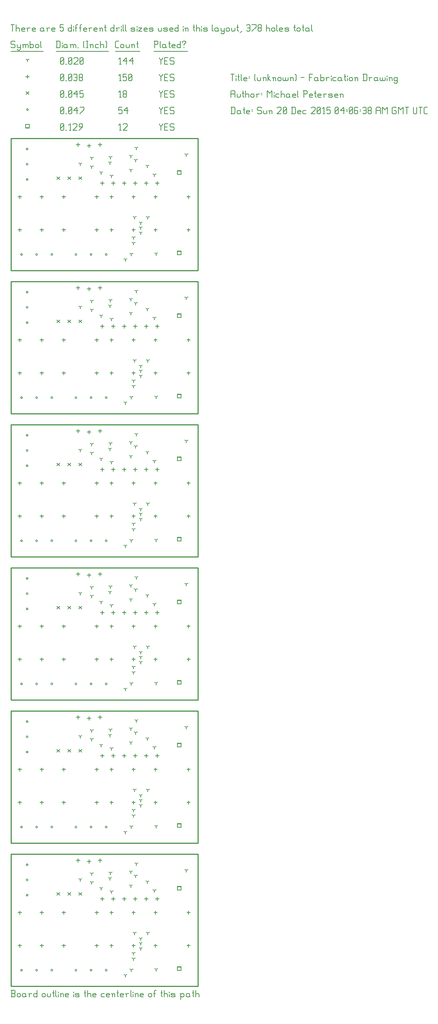
<source format=gbr>
G04 start of page 12 for group -3984 idx -3984 *
G04 Title: (unknown), fab *
G04 Creator: pcb 20110918 *
G04 CreationDate: Sun 20 Dec 2015 04:06:38 AM GMT UTC *
G04 For: petersen *
G04 Format: Gerber/RS-274X *
G04 PCB-Dimensions: 170000 770000 *
G04 PCB-Coordinate-Origin: lower left *
%MOIN*%
%FSLAX25Y25*%
%LNFAB*%
%ADD85C,0.0100*%
%ADD84C,0.0060*%
%ADD83R,0.0080X0.0080*%
G54D83*X151400Y667600D02*X154600D01*
X151400D02*Y664400D01*
X154600D01*
Y667600D02*Y664400D01*
X151400Y740600D02*X154600D01*
X151400D02*Y737400D01*
X154600D01*
Y740600D02*Y737400D01*
X151400Y537600D02*X154600D01*
X151400D02*Y534400D01*
X154600D01*
Y537600D02*Y534400D01*
X151400Y610600D02*X154600D01*
X151400D02*Y607400D01*
X154600D01*
Y610600D02*Y607400D01*
X151400Y407600D02*X154600D01*
X151400D02*Y404400D01*
X154600D01*
Y407600D02*Y404400D01*
X151400Y480600D02*X154600D01*
X151400D02*Y477400D01*
X154600D01*
Y480600D02*Y477400D01*
X151400Y277600D02*X154600D01*
X151400D02*Y274400D01*
X154600D01*
Y277600D02*Y274400D01*
X151400Y350600D02*X154600D01*
X151400D02*Y347400D01*
X154600D01*
Y350600D02*Y347400D01*
X151400Y147600D02*X154600D01*
X151400D02*Y144400D01*
X154600D01*
Y147600D02*Y144400D01*
X151400Y220600D02*X154600D01*
X151400D02*Y217400D01*
X154600D01*
Y220600D02*Y217400D01*
X151400Y17600D02*X154600D01*
X151400D02*Y14400D01*
X154600D01*
Y17600D02*Y14400D01*
X151400Y90600D02*X154600D01*
X151400D02*Y87400D01*
X154600D01*
Y90600D02*Y87400D01*
X13400Y782850D02*X16600D01*
X13400D02*Y779650D01*
X16600D01*
Y782850D02*Y779650D01*
G54D84*X135000Y783500D02*Y782750D01*
X136500Y781250D01*
X138000Y782750D01*
Y783500D02*Y782750D01*
X136500Y781250D02*Y777500D01*
X139800Y780500D02*X142050D01*
X139800Y777500D02*X142800D01*
X139800Y783500D02*Y777500D01*
Y783500D02*X142800D01*
X147600D02*X148350Y782750D01*
X145350Y783500D02*X147600D01*
X144600Y782750D02*X145350Y783500D01*
X144600Y782750D02*Y781250D01*
X145350Y780500D01*
X147600D01*
X148350Y779750D01*
Y778250D01*
X147600Y777500D02*X148350Y778250D01*
X145350Y777500D02*X147600D01*
X144600Y778250D02*X145350Y777500D01*
X98750D02*X100250D01*
X99500Y783500D02*Y777500D01*
X98000Y782000D02*X99500Y783500D01*
X102050Y782750D02*X102800Y783500D01*
X105050D01*
X105800Y782750D01*
Y781250D01*
X102050Y777500D02*X105800Y781250D01*
X102050Y777500D02*X105800D01*
X45000Y778250D02*X45750Y777500D01*
X45000Y782750D02*Y778250D01*
Y782750D02*X45750Y783500D01*
X47250D01*
X48000Y782750D01*
Y778250D01*
X47250Y777500D02*X48000Y778250D01*
X45750Y777500D02*X47250D01*
X45000Y779000D02*X48000Y782000D01*
X49800Y777500D02*X50550D01*
X53100D02*X54600D01*
X53850Y783500D02*Y777500D01*
X52350Y782000D02*X53850Y783500D01*
X56400Y782750D02*X57150Y783500D01*
X59400D01*
X60150Y782750D01*
Y781250D01*
X56400Y777500D02*X60150Y781250D01*
X56400Y777500D02*X60150D01*
X61950D02*X64950Y780500D01*
Y782750D02*Y780500D01*
X64200Y783500D02*X64950Y782750D01*
X62700Y783500D02*X64200D01*
X61950Y782750D02*X62700Y783500D01*
X61950Y782750D02*Y781250D01*
X62700Y780500D01*
X64950D01*
X58255Y664673D02*G75*G03X59855Y664673I800J0D01*G01*
G75*G03X58255Y664673I-800J0D01*G01*
X72035D02*G75*G03X73635Y664673I800J0D01*G01*
G75*G03X72035Y664673I-800J0D01*G01*
X85814D02*G75*G03X87414Y664673I800J0D01*G01*
G75*G03X85814Y664673I-800J0D01*G01*
X13873Y760445D02*G75*G03X15473Y760445I800J0D01*G01*
G75*G03X13873Y760445I-800J0D01*G01*
Y746665D02*G75*G03X15473Y746665I800J0D01*G01*
G75*G03X13873Y746665I-800J0D01*G01*
Y732886D02*G75*G03X15473Y732886I800J0D01*G01*
G75*G03X13873Y732886I-800J0D01*G01*
X8755Y664673D02*G75*G03X10355Y664673I800J0D01*G01*
G75*G03X8755Y664673I-800J0D01*G01*
X22535D02*G75*G03X24135Y664673I800J0D01*G01*
G75*G03X22535Y664673I-800J0D01*G01*
X36314D02*G75*G03X37914Y664673I800J0D01*G01*
G75*G03X36314Y664673I-800J0D01*G01*
X58255Y534673D02*G75*G03X59855Y534673I800J0D01*G01*
G75*G03X58255Y534673I-800J0D01*G01*
X72035D02*G75*G03X73635Y534673I800J0D01*G01*
G75*G03X72035Y534673I-800J0D01*G01*
X85814D02*G75*G03X87414Y534673I800J0D01*G01*
G75*G03X85814Y534673I-800J0D01*G01*
X13873Y630445D02*G75*G03X15473Y630445I800J0D01*G01*
G75*G03X13873Y630445I-800J0D01*G01*
Y616665D02*G75*G03X15473Y616665I800J0D01*G01*
G75*G03X13873Y616665I-800J0D01*G01*
Y602886D02*G75*G03X15473Y602886I800J0D01*G01*
G75*G03X13873Y602886I-800J0D01*G01*
X8755Y534673D02*G75*G03X10355Y534673I800J0D01*G01*
G75*G03X8755Y534673I-800J0D01*G01*
X22535D02*G75*G03X24135Y534673I800J0D01*G01*
G75*G03X22535Y534673I-800J0D01*G01*
X36314D02*G75*G03X37914Y534673I800J0D01*G01*
G75*G03X36314Y534673I-800J0D01*G01*
X58255Y404673D02*G75*G03X59855Y404673I800J0D01*G01*
G75*G03X58255Y404673I-800J0D01*G01*
X72035D02*G75*G03X73635Y404673I800J0D01*G01*
G75*G03X72035Y404673I-800J0D01*G01*
X85814D02*G75*G03X87414Y404673I800J0D01*G01*
G75*G03X85814Y404673I-800J0D01*G01*
X13873Y500445D02*G75*G03X15473Y500445I800J0D01*G01*
G75*G03X13873Y500445I-800J0D01*G01*
Y486665D02*G75*G03X15473Y486665I800J0D01*G01*
G75*G03X13873Y486665I-800J0D01*G01*
Y472886D02*G75*G03X15473Y472886I800J0D01*G01*
G75*G03X13873Y472886I-800J0D01*G01*
X8755Y404673D02*G75*G03X10355Y404673I800J0D01*G01*
G75*G03X8755Y404673I-800J0D01*G01*
X22535D02*G75*G03X24135Y404673I800J0D01*G01*
G75*G03X22535Y404673I-800J0D01*G01*
X36314D02*G75*G03X37914Y404673I800J0D01*G01*
G75*G03X36314Y404673I-800J0D01*G01*
X58255Y274673D02*G75*G03X59855Y274673I800J0D01*G01*
G75*G03X58255Y274673I-800J0D01*G01*
X72035D02*G75*G03X73635Y274673I800J0D01*G01*
G75*G03X72035Y274673I-800J0D01*G01*
X85814D02*G75*G03X87414Y274673I800J0D01*G01*
G75*G03X85814Y274673I-800J0D01*G01*
X13873Y370445D02*G75*G03X15473Y370445I800J0D01*G01*
G75*G03X13873Y370445I-800J0D01*G01*
Y356665D02*G75*G03X15473Y356665I800J0D01*G01*
G75*G03X13873Y356665I-800J0D01*G01*
Y342886D02*G75*G03X15473Y342886I800J0D01*G01*
G75*G03X13873Y342886I-800J0D01*G01*
X8755Y274673D02*G75*G03X10355Y274673I800J0D01*G01*
G75*G03X8755Y274673I-800J0D01*G01*
X22535D02*G75*G03X24135Y274673I800J0D01*G01*
G75*G03X22535Y274673I-800J0D01*G01*
X36314D02*G75*G03X37914Y274673I800J0D01*G01*
G75*G03X36314Y274673I-800J0D01*G01*
X58255Y144673D02*G75*G03X59855Y144673I800J0D01*G01*
G75*G03X58255Y144673I-800J0D01*G01*
X72035D02*G75*G03X73635Y144673I800J0D01*G01*
G75*G03X72035Y144673I-800J0D01*G01*
X85814D02*G75*G03X87414Y144673I800J0D01*G01*
G75*G03X85814Y144673I-800J0D01*G01*
X13873Y240445D02*G75*G03X15473Y240445I800J0D01*G01*
G75*G03X13873Y240445I-800J0D01*G01*
Y226665D02*G75*G03X15473Y226665I800J0D01*G01*
G75*G03X13873Y226665I-800J0D01*G01*
Y212886D02*G75*G03X15473Y212886I800J0D01*G01*
G75*G03X13873Y212886I-800J0D01*G01*
X8755Y144673D02*G75*G03X10355Y144673I800J0D01*G01*
G75*G03X8755Y144673I-800J0D01*G01*
X22535D02*G75*G03X24135Y144673I800J0D01*G01*
G75*G03X22535Y144673I-800J0D01*G01*
X36314D02*G75*G03X37914Y144673I800J0D01*G01*
G75*G03X36314Y144673I-800J0D01*G01*
X58255Y14673D02*G75*G03X59855Y14673I800J0D01*G01*
G75*G03X58255Y14673I-800J0D01*G01*
X72035D02*G75*G03X73635Y14673I800J0D01*G01*
G75*G03X72035Y14673I-800J0D01*G01*
X85814D02*G75*G03X87414Y14673I800J0D01*G01*
G75*G03X85814Y14673I-800J0D01*G01*
X13873Y110445D02*G75*G03X15473Y110445I800J0D01*G01*
G75*G03X13873Y110445I-800J0D01*G01*
Y96665D02*G75*G03X15473Y96665I800J0D01*G01*
G75*G03X13873Y96665I-800J0D01*G01*
Y82886D02*G75*G03X15473Y82886I800J0D01*G01*
G75*G03X13873Y82886I-800J0D01*G01*
X8755Y14673D02*G75*G03X10355Y14673I800J0D01*G01*
G75*G03X8755Y14673I-800J0D01*G01*
X22535D02*G75*G03X24135Y14673I800J0D01*G01*
G75*G03X22535Y14673I-800J0D01*G01*
X36314D02*G75*G03X37914Y14673I800J0D01*G01*
G75*G03X36314Y14673I-800J0D01*G01*
X14200Y796250D02*G75*G03X15800Y796250I800J0D01*G01*
G75*G03X14200Y796250I-800J0D01*G01*
X135000Y798500D02*Y797750D01*
X136500Y796250D01*
X138000Y797750D01*
Y798500D02*Y797750D01*
X136500Y796250D02*Y792500D01*
X139800Y795500D02*X142050D01*
X139800Y792500D02*X142800D01*
X139800Y798500D02*Y792500D01*
Y798500D02*X142800D01*
X147600D02*X148350Y797750D01*
X145350Y798500D02*X147600D01*
X144600Y797750D02*X145350Y798500D01*
X144600Y797750D02*Y796250D01*
X145350Y795500D01*
X147600D01*
X148350Y794750D01*
Y793250D01*
X147600Y792500D02*X148350Y793250D01*
X145350Y792500D02*X147600D01*
X144600Y793250D02*X145350Y792500D01*
X98000Y798500D02*X101000D01*
X98000D02*Y795500D01*
X98750Y796250D01*
X100250D01*
X101000Y795500D01*
Y793250D01*
X100250Y792500D02*X101000Y793250D01*
X98750Y792500D02*X100250D01*
X98000Y793250D02*X98750Y792500D01*
X102800Y795500D02*X105800Y798500D01*
X102800Y795500D02*X106550D01*
X105800Y798500D02*Y792500D01*
X45000Y793250D02*X45750Y792500D01*
X45000Y797750D02*Y793250D01*
Y797750D02*X45750Y798500D01*
X47250D01*
X48000Y797750D01*
Y793250D01*
X47250Y792500D02*X48000Y793250D01*
X45750Y792500D02*X47250D01*
X45000Y794000D02*X48000Y797000D01*
X49800Y792500D02*X50550D01*
X52350Y793250D02*X53100Y792500D01*
X52350Y797750D02*Y793250D01*
Y797750D02*X53100Y798500D01*
X54600D01*
X55350Y797750D01*
Y793250D01*
X54600Y792500D02*X55350Y793250D01*
X53100Y792500D02*X54600D01*
X52350Y794000D02*X55350Y797000D01*
X57150Y795500D02*X60150Y798500D01*
X57150Y795500D02*X60900D01*
X60150Y798500D02*Y792500D01*
X62700D02*X66450Y796250D01*
Y798500D02*Y796250D01*
X62700Y798500D02*X66450D01*
X61800Y735200D02*X64200Y732800D01*
X61800D02*X64200Y735200D01*
X51800D02*X54200Y732800D01*
X51800D02*X54200Y735200D01*
X41800D02*X44200Y732800D01*
X41800D02*X44200Y735200D01*
X61800Y605200D02*X64200Y602800D01*
X61800D02*X64200Y605200D01*
X51800D02*X54200Y602800D01*
X51800D02*X54200Y605200D01*
X41800D02*X44200Y602800D01*
X41800D02*X44200Y605200D01*
X61800Y475200D02*X64200Y472800D01*
X61800D02*X64200Y475200D01*
X51800D02*X54200Y472800D01*
X51800D02*X54200Y475200D01*
X41800D02*X44200Y472800D01*
X41800D02*X44200Y475200D01*
X61800Y345200D02*X64200Y342800D01*
X61800D02*X64200Y345200D01*
X51800D02*X54200Y342800D01*
X51800D02*X54200Y345200D01*
X41800D02*X44200Y342800D01*
X41800D02*X44200Y345200D01*
X61800Y215200D02*X64200Y212800D01*
X61800D02*X64200Y215200D01*
X51800D02*X54200Y212800D01*
X51800D02*X54200Y215200D01*
X41800D02*X44200Y212800D01*
X41800D02*X44200Y215200D01*
X61800Y85200D02*X64200Y82800D01*
X61800D02*X64200Y85200D01*
X51800D02*X54200Y82800D01*
X51800D02*X54200Y85200D01*
X41800D02*X44200Y82800D01*
X41800D02*X44200Y85200D01*
X13800Y812450D02*X16200Y810050D01*
X13800D02*X16200Y812450D01*
X135000Y813500D02*Y812750D01*
X136500Y811250D01*
X138000Y812750D01*
Y813500D02*Y812750D01*
X136500Y811250D02*Y807500D01*
X139800Y810500D02*X142050D01*
X139800Y807500D02*X142800D01*
X139800Y813500D02*Y807500D01*
Y813500D02*X142800D01*
X147600D02*X148350Y812750D01*
X145350Y813500D02*X147600D01*
X144600Y812750D02*X145350Y813500D01*
X144600Y812750D02*Y811250D01*
X145350Y810500D01*
X147600D01*
X148350Y809750D01*
Y808250D01*
X147600Y807500D02*X148350Y808250D01*
X145350Y807500D02*X147600D01*
X144600Y808250D02*X145350Y807500D01*
X98750D02*X100250D01*
X99500Y813500D02*Y807500D01*
X98000Y812000D02*X99500Y813500D01*
X102050Y808250D02*X102800Y807500D01*
X102050Y809750D02*Y808250D01*
Y809750D02*X102800Y810500D01*
X104300D01*
X105050Y809750D01*
Y808250D01*
X104300Y807500D02*X105050Y808250D01*
X102800Y807500D02*X104300D01*
X102050Y811250D02*X102800Y810500D01*
X102050Y812750D02*Y811250D01*
Y812750D02*X102800Y813500D01*
X104300D01*
X105050Y812750D01*
Y811250D01*
X104300Y810500D02*X105050Y811250D01*
X45000Y808250D02*X45750Y807500D01*
X45000Y812750D02*Y808250D01*
Y812750D02*X45750Y813500D01*
X47250D01*
X48000Y812750D01*
Y808250D01*
X47250Y807500D02*X48000Y808250D01*
X45750Y807500D02*X47250D01*
X45000Y809000D02*X48000Y812000D01*
X49800Y807500D02*X50550D01*
X52350Y808250D02*X53100Y807500D01*
X52350Y812750D02*Y808250D01*
Y812750D02*X53100Y813500D01*
X54600D01*
X55350Y812750D01*
Y808250D01*
X54600Y807500D02*X55350Y808250D01*
X53100Y807500D02*X54600D01*
X52350Y809000D02*X55350Y812000D01*
X57150Y810500D02*X60150Y813500D01*
X57150Y810500D02*X60900D01*
X60150Y813500D02*Y807500D01*
X62700Y813500D02*X65700D01*
X62700D02*Y810500D01*
X63450Y811250D01*
X64950D01*
X65700Y810500D01*
Y808250D01*
X64950Y807500D02*X65700Y808250D01*
X63450Y807500D02*X64950D01*
X62700Y808250D02*X63450Y807500D01*
X133000Y731100D02*Y727900D01*
X131400Y729500D02*X134600D01*
X123000Y731100D02*Y727900D01*
X121400Y729500D02*X124600D01*
X113000Y731100D02*Y727900D01*
X111400Y729500D02*X114600D01*
X103000Y731100D02*Y727900D01*
X101400Y729500D02*X104600D01*
X93000Y731100D02*Y727900D01*
X91400Y729500D02*X94600D01*
X83000Y731100D02*Y727900D01*
X81400Y729500D02*X84600D01*
X161500Y718600D02*Y715400D01*
X159900Y717000D02*X163100D01*
X131500Y718600D02*Y715400D01*
X129900Y717000D02*X133100D01*
X111500Y718600D02*Y715400D01*
X109900Y717000D02*X113100D01*
X91500Y718600D02*Y715400D01*
X89900Y717000D02*X93100D01*
X91500Y688600D02*Y685400D01*
X89900Y687000D02*X93100D01*
X111500Y688600D02*Y685400D01*
X109900Y687000D02*X113100D01*
X131500Y688600D02*Y685400D01*
X129900Y687000D02*X133100D01*
X161500Y688600D02*Y685400D01*
X159900Y687000D02*X163100D01*
X78000Y718600D02*Y715400D01*
X76400Y717000D02*X79600D01*
X48000Y718600D02*Y715400D01*
X46400Y717000D02*X49600D01*
X28000Y718600D02*Y715400D01*
X26400Y717000D02*X29600D01*
X8000Y718600D02*Y715400D01*
X6400Y717000D02*X9600D01*
X8000Y688600D02*Y685400D01*
X6400Y687000D02*X9600D01*
X28000Y688600D02*Y685400D01*
X26400Y687000D02*X29600D01*
X48000Y688600D02*Y685400D01*
X46400Y687000D02*X49600D01*
X78000Y688600D02*Y685400D01*
X76400Y687000D02*X79600D01*
X81000Y766100D02*Y762900D01*
X79400Y764500D02*X82600D01*
X71000Y765100D02*Y761900D01*
X69400Y763500D02*X72600D01*
X61000Y766100D02*Y762900D01*
X59400Y764500D02*X62600D01*
X133000Y601100D02*Y597900D01*
X131400Y599500D02*X134600D01*
X123000Y601100D02*Y597900D01*
X121400Y599500D02*X124600D01*
X113000Y601100D02*Y597900D01*
X111400Y599500D02*X114600D01*
X103000Y601100D02*Y597900D01*
X101400Y599500D02*X104600D01*
X93000Y601100D02*Y597900D01*
X91400Y599500D02*X94600D01*
X83000Y601100D02*Y597900D01*
X81400Y599500D02*X84600D01*
X161500Y588600D02*Y585400D01*
X159900Y587000D02*X163100D01*
X131500Y588600D02*Y585400D01*
X129900Y587000D02*X133100D01*
X111500Y588600D02*Y585400D01*
X109900Y587000D02*X113100D01*
X91500Y588600D02*Y585400D01*
X89900Y587000D02*X93100D01*
X91500Y558600D02*Y555400D01*
X89900Y557000D02*X93100D01*
X111500Y558600D02*Y555400D01*
X109900Y557000D02*X113100D01*
X131500Y558600D02*Y555400D01*
X129900Y557000D02*X133100D01*
X161500Y558600D02*Y555400D01*
X159900Y557000D02*X163100D01*
X78000Y588600D02*Y585400D01*
X76400Y587000D02*X79600D01*
X48000Y588600D02*Y585400D01*
X46400Y587000D02*X49600D01*
X28000Y588600D02*Y585400D01*
X26400Y587000D02*X29600D01*
X8000Y588600D02*Y585400D01*
X6400Y587000D02*X9600D01*
X8000Y558600D02*Y555400D01*
X6400Y557000D02*X9600D01*
X28000Y558600D02*Y555400D01*
X26400Y557000D02*X29600D01*
X48000Y558600D02*Y555400D01*
X46400Y557000D02*X49600D01*
X78000Y558600D02*Y555400D01*
X76400Y557000D02*X79600D01*
X81000Y636100D02*Y632900D01*
X79400Y634500D02*X82600D01*
X71000Y635100D02*Y631900D01*
X69400Y633500D02*X72600D01*
X61000Y636100D02*Y632900D01*
X59400Y634500D02*X62600D01*
X133000Y471100D02*Y467900D01*
X131400Y469500D02*X134600D01*
X123000Y471100D02*Y467900D01*
X121400Y469500D02*X124600D01*
X113000Y471100D02*Y467900D01*
X111400Y469500D02*X114600D01*
X103000Y471100D02*Y467900D01*
X101400Y469500D02*X104600D01*
X93000Y471100D02*Y467900D01*
X91400Y469500D02*X94600D01*
X83000Y471100D02*Y467900D01*
X81400Y469500D02*X84600D01*
X161500Y458600D02*Y455400D01*
X159900Y457000D02*X163100D01*
X131500Y458600D02*Y455400D01*
X129900Y457000D02*X133100D01*
X111500Y458600D02*Y455400D01*
X109900Y457000D02*X113100D01*
X91500Y458600D02*Y455400D01*
X89900Y457000D02*X93100D01*
X91500Y428600D02*Y425400D01*
X89900Y427000D02*X93100D01*
X111500Y428600D02*Y425400D01*
X109900Y427000D02*X113100D01*
X131500Y428600D02*Y425400D01*
X129900Y427000D02*X133100D01*
X161500Y428600D02*Y425400D01*
X159900Y427000D02*X163100D01*
X78000Y458600D02*Y455400D01*
X76400Y457000D02*X79600D01*
X48000Y458600D02*Y455400D01*
X46400Y457000D02*X49600D01*
X28000Y458600D02*Y455400D01*
X26400Y457000D02*X29600D01*
X8000Y458600D02*Y455400D01*
X6400Y457000D02*X9600D01*
X8000Y428600D02*Y425400D01*
X6400Y427000D02*X9600D01*
X28000Y428600D02*Y425400D01*
X26400Y427000D02*X29600D01*
X48000Y428600D02*Y425400D01*
X46400Y427000D02*X49600D01*
X78000Y428600D02*Y425400D01*
X76400Y427000D02*X79600D01*
X81000Y506100D02*Y502900D01*
X79400Y504500D02*X82600D01*
X71000Y505100D02*Y501900D01*
X69400Y503500D02*X72600D01*
X61000Y506100D02*Y502900D01*
X59400Y504500D02*X62600D01*
X133000Y341100D02*Y337900D01*
X131400Y339500D02*X134600D01*
X123000Y341100D02*Y337900D01*
X121400Y339500D02*X124600D01*
X113000Y341100D02*Y337900D01*
X111400Y339500D02*X114600D01*
X103000Y341100D02*Y337900D01*
X101400Y339500D02*X104600D01*
X93000Y341100D02*Y337900D01*
X91400Y339500D02*X94600D01*
X83000Y341100D02*Y337900D01*
X81400Y339500D02*X84600D01*
X161500Y328600D02*Y325400D01*
X159900Y327000D02*X163100D01*
X131500Y328600D02*Y325400D01*
X129900Y327000D02*X133100D01*
X111500Y328600D02*Y325400D01*
X109900Y327000D02*X113100D01*
X91500Y328600D02*Y325400D01*
X89900Y327000D02*X93100D01*
X91500Y298600D02*Y295400D01*
X89900Y297000D02*X93100D01*
X111500Y298600D02*Y295400D01*
X109900Y297000D02*X113100D01*
X131500Y298600D02*Y295400D01*
X129900Y297000D02*X133100D01*
X161500Y298600D02*Y295400D01*
X159900Y297000D02*X163100D01*
X78000Y328600D02*Y325400D01*
X76400Y327000D02*X79600D01*
X48000Y328600D02*Y325400D01*
X46400Y327000D02*X49600D01*
X28000Y328600D02*Y325400D01*
X26400Y327000D02*X29600D01*
X8000Y328600D02*Y325400D01*
X6400Y327000D02*X9600D01*
X8000Y298600D02*Y295400D01*
X6400Y297000D02*X9600D01*
X28000Y298600D02*Y295400D01*
X26400Y297000D02*X29600D01*
X48000Y298600D02*Y295400D01*
X46400Y297000D02*X49600D01*
X78000Y298600D02*Y295400D01*
X76400Y297000D02*X79600D01*
X81000Y376100D02*Y372900D01*
X79400Y374500D02*X82600D01*
X71000Y375100D02*Y371900D01*
X69400Y373500D02*X72600D01*
X61000Y376100D02*Y372900D01*
X59400Y374500D02*X62600D01*
X133000Y211100D02*Y207900D01*
X131400Y209500D02*X134600D01*
X123000Y211100D02*Y207900D01*
X121400Y209500D02*X124600D01*
X113000Y211100D02*Y207900D01*
X111400Y209500D02*X114600D01*
X103000Y211100D02*Y207900D01*
X101400Y209500D02*X104600D01*
X93000Y211100D02*Y207900D01*
X91400Y209500D02*X94600D01*
X83000Y211100D02*Y207900D01*
X81400Y209500D02*X84600D01*
X161500Y198600D02*Y195400D01*
X159900Y197000D02*X163100D01*
X131500Y198600D02*Y195400D01*
X129900Y197000D02*X133100D01*
X111500Y198600D02*Y195400D01*
X109900Y197000D02*X113100D01*
X91500Y198600D02*Y195400D01*
X89900Y197000D02*X93100D01*
X91500Y168600D02*Y165400D01*
X89900Y167000D02*X93100D01*
X111500Y168600D02*Y165400D01*
X109900Y167000D02*X113100D01*
X131500Y168600D02*Y165400D01*
X129900Y167000D02*X133100D01*
X161500Y168600D02*Y165400D01*
X159900Y167000D02*X163100D01*
X78000Y198600D02*Y195400D01*
X76400Y197000D02*X79600D01*
X48000Y198600D02*Y195400D01*
X46400Y197000D02*X49600D01*
X28000Y198600D02*Y195400D01*
X26400Y197000D02*X29600D01*
X8000Y198600D02*Y195400D01*
X6400Y197000D02*X9600D01*
X8000Y168600D02*Y165400D01*
X6400Y167000D02*X9600D01*
X28000Y168600D02*Y165400D01*
X26400Y167000D02*X29600D01*
X48000Y168600D02*Y165400D01*
X46400Y167000D02*X49600D01*
X78000Y168600D02*Y165400D01*
X76400Y167000D02*X79600D01*
X81000Y246100D02*Y242900D01*
X79400Y244500D02*X82600D01*
X71000Y245100D02*Y241900D01*
X69400Y243500D02*X72600D01*
X61000Y246100D02*Y242900D01*
X59400Y244500D02*X62600D01*
X133000Y81100D02*Y77900D01*
X131400Y79500D02*X134600D01*
X123000Y81100D02*Y77900D01*
X121400Y79500D02*X124600D01*
X113000Y81100D02*Y77900D01*
X111400Y79500D02*X114600D01*
X103000Y81100D02*Y77900D01*
X101400Y79500D02*X104600D01*
X93000Y81100D02*Y77900D01*
X91400Y79500D02*X94600D01*
X83000Y81100D02*Y77900D01*
X81400Y79500D02*X84600D01*
X161500Y68600D02*Y65400D01*
X159900Y67000D02*X163100D01*
X131500Y68600D02*Y65400D01*
X129900Y67000D02*X133100D01*
X111500Y68600D02*Y65400D01*
X109900Y67000D02*X113100D01*
X91500Y68600D02*Y65400D01*
X89900Y67000D02*X93100D01*
X91500Y38600D02*Y35400D01*
X89900Y37000D02*X93100D01*
X111500Y38600D02*Y35400D01*
X109900Y37000D02*X113100D01*
X131500Y38600D02*Y35400D01*
X129900Y37000D02*X133100D01*
X161500Y38600D02*Y35400D01*
X159900Y37000D02*X163100D01*
X78000Y68600D02*Y65400D01*
X76400Y67000D02*X79600D01*
X48000Y68600D02*Y65400D01*
X46400Y67000D02*X49600D01*
X28000Y68600D02*Y65400D01*
X26400Y67000D02*X29600D01*
X8000Y68600D02*Y65400D01*
X6400Y67000D02*X9600D01*
X8000Y38600D02*Y35400D01*
X6400Y37000D02*X9600D01*
X28000Y38600D02*Y35400D01*
X26400Y37000D02*X29600D01*
X48000Y38600D02*Y35400D01*
X46400Y37000D02*X49600D01*
X78000Y38600D02*Y35400D01*
X76400Y37000D02*X79600D01*
X81000Y116100D02*Y112900D01*
X79400Y114500D02*X82600D01*
X71000Y115100D02*Y111900D01*
X69400Y113500D02*X72600D01*
X61000Y116100D02*Y112900D01*
X59400Y114500D02*X62600D01*
X15000Y827850D02*Y824650D01*
X13400Y826250D02*X16600D01*
X135000Y828500D02*Y827750D01*
X136500Y826250D01*
X138000Y827750D01*
Y828500D02*Y827750D01*
X136500Y826250D02*Y822500D01*
X139800Y825500D02*X142050D01*
X139800Y822500D02*X142800D01*
X139800Y828500D02*Y822500D01*
Y828500D02*X142800D01*
X147600D02*X148350Y827750D01*
X145350Y828500D02*X147600D01*
X144600Y827750D02*X145350Y828500D01*
X144600Y827750D02*Y826250D01*
X145350Y825500D01*
X147600D01*
X148350Y824750D01*
Y823250D01*
X147600Y822500D02*X148350Y823250D01*
X145350Y822500D02*X147600D01*
X144600Y823250D02*X145350Y822500D01*
X98750D02*X100250D01*
X99500Y828500D02*Y822500D01*
X98000Y827000D02*X99500Y828500D01*
X102050D02*X105050D01*
X102050D02*Y825500D01*
X102800Y826250D01*
X104300D01*
X105050Y825500D01*
Y823250D01*
X104300Y822500D02*X105050Y823250D01*
X102800Y822500D02*X104300D01*
X102050Y823250D02*X102800Y822500D01*
X106850Y823250D02*X107600Y822500D01*
X106850Y827750D02*Y823250D01*
Y827750D02*X107600Y828500D01*
X109100D01*
X109850Y827750D01*
Y823250D01*
X109100Y822500D02*X109850Y823250D01*
X107600Y822500D02*X109100D01*
X106850Y824000D02*X109850Y827000D01*
X45000Y823250D02*X45750Y822500D01*
X45000Y827750D02*Y823250D01*
Y827750D02*X45750Y828500D01*
X47250D01*
X48000Y827750D01*
Y823250D01*
X47250Y822500D02*X48000Y823250D01*
X45750Y822500D02*X47250D01*
X45000Y824000D02*X48000Y827000D01*
X49800Y822500D02*X50550D01*
X52350Y823250D02*X53100Y822500D01*
X52350Y827750D02*Y823250D01*
Y827750D02*X53100Y828500D01*
X54600D01*
X55350Y827750D01*
Y823250D01*
X54600Y822500D02*X55350Y823250D01*
X53100Y822500D02*X54600D01*
X52350Y824000D02*X55350Y827000D01*
X57150Y827750D02*X57900Y828500D01*
X59400D01*
X60150Y827750D01*
Y823250D01*
X59400Y822500D02*X60150Y823250D01*
X57900Y822500D02*X59400D01*
X57150Y823250D02*X57900Y822500D01*
Y825500D02*X60150D01*
X61950Y823250D02*X62700Y822500D01*
X61950Y824750D02*Y823250D01*
Y824750D02*X62700Y825500D01*
X64200D01*
X64950Y824750D01*
Y823250D01*
X64200Y822500D02*X64950Y823250D01*
X62700Y822500D02*X64200D01*
X61950Y826250D02*X62700Y825500D01*
X61950Y827750D02*Y826250D01*
Y827750D02*X62700Y828500D01*
X64200D01*
X64950Y827750D01*
Y826250D01*
X64200Y825500D02*X64950Y826250D01*
X109000Y741500D02*Y739900D01*
Y741500D02*X110387Y742300D01*
X109000Y741500D02*X107613Y742300D01*
X73500Y744500D02*Y742900D01*
Y744500D02*X74887Y745300D01*
X73500Y744500D02*X72113Y745300D01*
X73500Y752500D02*Y750900D01*
Y752500D02*X74887Y753300D01*
X73500Y752500D02*X72113Y753300D01*
X82000Y739000D02*Y737400D01*
Y739000D02*X83387Y739800D01*
X82000Y739000D02*X80613Y739800D01*
X91500Y736000D02*Y734400D01*
Y736000D02*X92887Y736800D01*
X91500Y736000D02*X90113Y736800D01*
X63000Y747000D02*Y745400D01*
Y747000D02*X64387Y747800D01*
X63000Y747000D02*X61613Y747800D01*
X124500Y698500D02*Y696900D01*
Y698500D02*X125887Y699300D01*
X124500Y698500D02*X123113Y699300D01*
X104000Y660000D02*Y658400D01*
Y660000D02*X105387Y660800D01*
X104000Y660000D02*X102613Y660800D01*
X109500Y665000D02*Y663400D01*
Y665000D02*X110887Y665800D01*
X109500Y665000D02*X108113Y665800D01*
X132000Y665500D02*Y663900D01*
Y665500D02*X133387Y666300D01*
X132000Y665500D02*X130613Y666300D01*
X112500Y698500D02*Y696900D01*
Y698500D02*X113887Y699300D01*
X112500Y698500D02*X111113Y699300D01*
X118000Y684500D02*Y682900D01*
Y684500D02*X119387Y685300D01*
X118000Y684500D02*X116613Y685300D01*
X118000Y689000D02*Y687400D01*
Y689000D02*X119387Y689800D01*
X118000Y689000D02*X116613Y689800D01*
X118000Y693500D02*Y691900D01*
Y693500D02*X119387Y694300D01*
X118000Y693500D02*X116613Y694300D01*
X130500Y737000D02*Y735400D01*
Y737000D02*X131887Y737800D01*
X130500Y737000D02*X129113Y737800D01*
X159500Y755500D02*Y753900D01*
Y755500D02*X160887Y756300D01*
X159500Y755500D02*X158113Y756300D01*
X111500Y680000D02*Y678400D01*
Y680000D02*X112887Y680800D01*
X111500Y680000D02*X110113Y680800D01*
X111500Y675000D02*Y673400D01*
Y675000D02*X112887Y675800D01*
X111500Y675000D02*X110113Y675800D01*
X113500Y750500D02*Y748900D01*
Y750500D02*X114887Y751300D01*
X113500Y750500D02*X112113Y751300D01*
X114000Y761500D02*Y759900D01*
Y761500D02*X115387Y762300D01*
X114000Y761500D02*X112613Y762300D01*
X109000Y754000D02*Y752400D01*
Y754000D02*X110387Y754800D01*
X109000Y754000D02*X107613Y754800D01*
X90500Y753000D02*Y751400D01*
Y753000D02*X91887Y753800D01*
X90500Y753000D02*X89113Y753800D01*
X90000Y748000D02*Y746400D01*
Y748000D02*X91387Y748800D01*
X90000Y748000D02*X88613Y748800D01*
X124000Y745000D02*Y743400D01*
Y745000D02*X125387Y745800D01*
X124000Y745000D02*X122613Y745800D01*
X109000Y611500D02*Y609900D01*
Y611500D02*X110387Y612300D01*
X109000Y611500D02*X107613Y612300D01*
X73500Y614500D02*Y612900D01*
Y614500D02*X74887Y615300D01*
X73500Y614500D02*X72113Y615300D01*
X73500Y622500D02*Y620900D01*
Y622500D02*X74887Y623300D01*
X73500Y622500D02*X72113Y623300D01*
X82000Y609000D02*Y607400D01*
Y609000D02*X83387Y609800D01*
X82000Y609000D02*X80613Y609800D01*
X91500Y606000D02*Y604400D01*
Y606000D02*X92887Y606800D01*
X91500Y606000D02*X90113Y606800D01*
X63000Y617000D02*Y615400D01*
Y617000D02*X64387Y617800D01*
X63000Y617000D02*X61613Y617800D01*
X124500Y568500D02*Y566900D01*
Y568500D02*X125887Y569300D01*
X124500Y568500D02*X123113Y569300D01*
X104000Y530000D02*Y528400D01*
Y530000D02*X105387Y530800D01*
X104000Y530000D02*X102613Y530800D01*
X109500Y535000D02*Y533400D01*
Y535000D02*X110887Y535800D01*
X109500Y535000D02*X108113Y535800D01*
X132000Y535500D02*Y533900D01*
Y535500D02*X133387Y536300D01*
X132000Y535500D02*X130613Y536300D01*
X112500Y568500D02*Y566900D01*
Y568500D02*X113887Y569300D01*
X112500Y568500D02*X111113Y569300D01*
X118000Y554500D02*Y552900D01*
Y554500D02*X119387Y555300D01*
X118000Y554500D02*X116613Y555300D01*
X118000Y559000D02*Y557400D01*
Y559000D02*X119387Y559800D01*
X118000Y559000D02*X116613Y559800D01*
X118000Y563500D02*Y561900D01*
Y563500D02*X119387Y564300D01*
X118000Y563500D02*X116613Y564300D01*
X130500Y607000D02*Y605400D01*
Y607000D02*X131887Y607800D01*
X130500Y607000D02*X129113Y607800D01*
X159500Y625500D02*Y623900D01*
Y625500D02*X160887Y626300D01*
X159500Y625500D02*X158113Y626300D01*
X111500Y550000D02*Y548400D01*
Y550000D02*X112887Y550800D01*
X111500Y550000D02*X110113Y550800D01*
X111500Y545000D02*Y543400D01*
Y545000D02*X112887Y545800D01*
X111500Y545000D02*X110113Y545800D01*
X113500Y620500D02*Y618900D01*
Y620500D02*X114887Y621300D01*
X113500Y620500D02*X112113Y621300D01*
X114000Y631500D02*Y629900D01*
Y631500D02*X115387Y632300D01*
X114000Y631500D02*X112613Y632300D01*
X109000Y624000D02*Y622400D01*
Y624000D02*X110387Y624800D01*
X109000Y624000D02*X107613Y624800D01*
X90500Y623000D02*Y621400D01*
Y623000D02*X91887Y623800D01*
X90500Y623000D02*X89113Y623800D01*
X90000Y618000D02*Y616400D01*
Y618000D02*X91387Y618800D01*
X90000Y618000D02*X88613Y618800D01*
X124000Y615000D02*Y613400D01*
Y615000D02*X125387Y615800D01*
X124000Y615000D02*X122613Y615800D01*
X109000Y481500D02*Y479900D01*
Y481500D02*X110387Y482300D01*
X109000Y481500D02*X107613Y482300D01*
X73500Y484500D02*Y482900D01*
Y484500D02*X74887Y485300D01*
X73500Y484500D02*X72113Y485300D01*
X73500Y492500D02*Y490900D01*
Y492500D02*X74887Y493300D01*
X73500Y492500D02*X72113Y493300D01*
X82000Y479000D02*Y477400D01*
Y479000D02*X83387Y479800D01*
X82000Y479000D02*X80613Y479800D01*
X91500Y476000D02*Y474400D01*
Y476000D02*X92887Y476800D01*
X91500Y476000D02*X90113Y476800D01*
X63000Y487000D02*Y485400D01*
Y487000D02*X64387Y487800D01*
X63000Y487000D02*X61613Y487800D01*
X124500Y438500D02*Y436900D01*
Y438500D02*X125887Y439300D01*
X124500Y438500D02*X123113Y439300D01*
X104000Y400000D02*Y398400D01*
Y400000D02*X105387Y400800D01*
X104000Y400000D02*X102613Y400800D01*
X109500Y405000D02*Y403400D01*
Y405000D02*X110887Y405800D01*
X109500Y405000D02*X108113Y405800D01*
X132000Y405500D02*Y403900D01*
Y405500D02*X133387Y406300D01*
X132000Y405500D02*X130613Y406300D01*
X112500Y438500D02*Y436900D01*
Y438500D02*X113887Y439300D01*
X112500Y438500D02*X111113Y439300D01*
X118000Y424500D02*Y422900D01*
Y424500D02*X119387Y425300D01*
X118000Y424500D02*X116613Y425300D01*
X118000Y429000D02*Y427400D01*
Y429000D02*X119387Y429800D01*
X118000Y429000D02*X116613Y429800D01*
X118000Y433500D02*Y431900D01*
Y433500D02*X119387Y434300D01*
X118000Y433500D02*X116613Y434300D01*
X130500Y477000D02*Y475400D01*
Y477000D02*X131887Y477800D01*
X130500Y477000D02*X129113Y477800D01*
X159500Y495500D02*Y493900D01*
Y495500D02*X160887Y496300D01*
X159500Y495500D02*X158113Y496300D01*
X111500Y420000D02*Y418400D01*
Y420000D02*X112887Y420800D01*
X111500Y420000D02*X110113Y420800D01*
X111500Y415000D02*Y413400D01*
Y415000D02*X112887Y415800D01*
X111500Y415000D02*X110113Y415800D01*
X113500Y490500D02*Y488900D01*
Y490500D02*X114887Y491300D01*
X113500Y490500D02*X112113Y491300D01*
X114000Y501500D02*Y499900D01*
Y501500D02*X115387Y502300D01*
X114000Y501500D02*X112613Y502300D01*
X109000Y494000D02*Y492400D01*
Y494000D02*X110387Y494800D01*
X109000Y494000D02*X107613Y494800D01*
X90500Y493000D02*Y491400D01*
Y493000D02*X91887Y493800D01*
X90500Y493000D02*X89113Y493800D01*
X90000Y488000D02*Y486400D01*
Y488000D02*X91387Y488800D01*
X90000Y488000D02*X88613Y488800D01*
X124000Y485000D02*Y483400D01*
Y485000D02*X125387Y485800D01*
X124000Y485000D02*X122613Y485800D01*
X109000Y351500D02*Y349900D01*
Y351500D02*X110387Y352300D01*
X109000Y351500D02*X107613Y352300D01*
X73500Y354500D02*Y352900D01*
Y354500D02*X74887Y355300D01*
X73500Y354500D02*X72113Y355300D01*
X73500Y362500D02*Y360900D01*
Y362500D02*X74887Y363300D01*
X73500Y362500D02*X72113Y363300D01*
X82000Y349000D02*Y347400D01*
Y349000D02*X83387Y349800D01*
X82000Y349000D02*X80613Y349800D01*
X91500Y346000D02*Y344400D01*
Y346000D02*X92887Y346800D01*
X91500Y346000D02*X90113Y346800D01*
X63000Y357000D02*Y355400D01*
Y357000D02*X64387Y357800D01*
X63000Y357000D02*X61613Y357800D01*
X124500Y308500D02*Y306900D01*
Y308500D02*X125887Y309300D01*
X124500Y308500D02*X123113Y309300D01*
X104000Y270000D02*Y268400D01*
Y270000D02*X105387Y270800D01*
X104000Y270000D02*X102613Y270800D01*
X109500Y275000D02*Y273400D01*
Y275000D02*X110887Y275800D01*
X109500Y275000D02*X108113Y275800D01*
X132000Y275500D02*Y273900D01*
Y275500D02*X133387Y276300D01*
X132000Y275500D02*X130613Y276300D01*
X112500Y308500D02*Y306900D01*
Y308500D02*X113887Y309300D01*
X112500Y308500D02*X111113Y309300D01*
X118000Y294500D02*Y292900D01*
Y294500D02*X119387Y295300D01*
X118000Y294500D02*X116613Y295300D01*
X118000Y299000D02*Y297400D01*
Y299000D02*X119387Y299800D01*
X118000Y299000D02*X116613Y299800D01*
X118000Y303500D02*Y301900D01*
Y303500D02*X119387Y304300D01*
X118000Y303500D02*X116613Y304300D01*
X130500Y347000D02*Y345400D01*
Y347000D02*X131887Y347800D01*
X130500Y347000D02*X129113Y347800D01*
X159500Y365500D02*Y363900D01*
Y365500D02*X160887Y366300D01*
X159500Y365500D02*X158113Y366300D01*
X111500Y290000D02*Y288400D01*
Y290000D02*X112887Y290800D01*
X111500Y290000D02*X110113Y290800D01*
X111500Y285000D02*Y283400D01*
Y285000D02*X112887Y285800D01*
X111500Y285000D02*X110113Y285800D01*
X113500Y360500D02*Y358900D01*
Y360500D02*X114887Y361300D01*
X113500Y360500D02*X112113Y361300D01*
X114000Y371500D02*Y369900D01*
Y371500D02*X115387Y372300D01*
X114000Y371500D02*X112613Y372300D01*
X109000Y364000D02*Y362400D01*
Y364000D02*X110387Y364800D01*
X109000Y364000D02*X107613Y364800D01*
X90500Y363000D02*Y361400D01*
Y363000D02*X91887Y363800D01*
X90500Y363000D02*X89113Y363800D01*
X90000Y358000D02*Y356400D01*
Y358000D02*X91387Y358800D01*
X90000Y358000D02*X88613Y358800D01*
X124000Y355000D02*Y353400D01*
Y355000D02*X125387Y355800D01*
X124000Y355000D02*X122613Y355800D01*
X109000Y221500D02*Y219900D01*
Y221500D02*X110387Y222300D01*
X109000Y221500D02*X107613Y222300D01*
X73500Y224500D02*Y222900D01*
Y224500D02*X74887Y225300D01*
X73500Y224500D02*X72113Y225300D01*
X73500Y232500D02*Y230900D01*
Y232500D02*X74887Y233300D01*
X73500Y232500D02*X72113Y233300D01*
X82000Y219000D02*Y217400D01*
Y219000D02*X83387Y219800D01*
X82000Y219000D02*X80613Y219800D01*
X91500Y216000D02*Y214400D01*
Y216000D02*X92887Y216800D01*
X91500Y216000D02*X90113Y216800D01*
X63000Y227000D02*Y225400D01*
Y227000D02*X64387Y227800D01*
X63000Y227000D02*X61613Y227800D01*
X124500Y178500D02*Y176900D01*
Y178500D02*X125887Y179300D01*
X124500Y178500D02*X123113Y179300D01*
X104000Y140000D02*Y138400D01*
Y140000D02*X105387Y140800D01*
X104000Y140000D02*X102613Y140800D01*
X109500Y145000D02*Y143400D01*
Y145000D02*X110887Y145800D01*
X109500Y145000D02*X108113Y145800D01*
X132000Y145500D02*Y143900D01*
Y145500D02*X133387Y146300D01*
X132000Y145500D02*X130613Y146300D01*
X112500Y178500D02*Y176900D01*
Y178500D02*X113887Y179300D01*
X112500Y178500D02*X111113Y179300D01*
X118000Y164500D02*Y162900D01*
Y164500D02*X119387Y165300D01*
X118000Y164500D02*X116613Y165300D01*
X118000Y169000D02*Y167400D01*
Y169000D02*X119387Y169800D01*
X118000Y169000D02*X116613Y169800D01*
X118000Y173500D02*Y171900D01*
Y173500D02*X119387Y174300D01*
X118000Y173500D02*X116613Y174300D01*
X130500Y217000D02*Y215400D01*
Y217000D02*X131887Y217800D01*
X130500Y217000D02*X129113Y217800D01*
X159500Y235500D02*Y233900D01*
Y235500D02*X160887Y236300D01*
X159500Y235500D02*X158113Y236300D01*
X111500Y160000D02*Y158400D01*
Y160000D02*X112887Y160800D01*
X111500Y160000D02*X110113Y160800D01*
X111500Y155000D02*Y153400D01*
Y155000D02*X112887Y155800D01*
X111500Y155000D02*X110113Y155800D01*
X113500Y230500D02*Y228900D01*
Y230500D02*X114887Y231300D01*
X113500Y230500D02*X112113Y231300D01*
X114000Y241500D02*Y239900D01*
Y241500D02*X115387Y242300D01*
X114000Y241500D02*X112613Y242300D01*
X109000Y234000D02*Y232400D01*
Y234000D02*X110387Y234800D01*
X109000Y234000D02*X107613Y234800D01*
X90500Y233000D02*Y231400D01*
Y233000D02*X91887Y233800D01*
X90500Y233000D02*X89113Y233800D01*
X90000Y228000D02*Y226400D01*
Y228000D02*X91387Y228800D01*
X90000Y228000D02*X88613Y228800D01*
X124000Y225000D02*Y223400D01*
Y225000D02*X125387Y225800D01*
X124000Y225000D02*X122613Y225800D01*
X109000Y91500D02*Y89900D01*
Y91500D02*X110387Y92300D01*
X109000Y91500D02*X107613Y92300D01*
X73500Y94500D02*Y92900D01*
Y94500D02*X74887Y95300D01*
X73500Y94500D02*X72113Y95300D01*
X73500Y102500D02*Y100900D01*
Y102500D02*X74887Y103300D01*
X73500Y102500D02*X72113Y103300D01*
X82000Y89000D02*Y87400D01*
Y89000D02*X83387Y89800D01*
X82000Y89000D02*X80613Y89800D01*
X91500Y86000D02*Y84400D01*
Y86000D02*X92887Y86800D01*
X91500Y86000D02*X90113Y86800D01*
X63000Y97000D02*Y95400D01*
Y97000D02*X64387Y97800D01*
X63000Y97000D02*X61613Y97800D01*
X124500Y48500D02*Y46900D01*
Y48500D02*X125887Y49300D01*
X124500Y48500D02*X123113Y49300D01*
X104000Y10000D02*Y8400D01*
Y10000D02*X105387Y10800D01*
X104000Y10000D02*X102613Y10800D01*
X109500Y15000D02*Y13400D01*
Y15000D02*X110887Y15800D01*
X109500Y15000D02*X108113Y15800D01*
X132000Y15500D02*Y13900D01*
Y15500D02*X133387Y16300D01*
X132000Y15500D02*X130613Y16300D01*
X112500Y48500D02*Y46900D01*
Y48500D02*X113887Y49300D01*
X112500Y48500D02*X111113Y49300D01*
X118000Y34500D02*Y32900D01*
Y34500D02*X119387Y35300D01*
X118000Y34500D02*X116613Y35300D01*
X118000Y39000D02*Y37400D01*
Y39000D02*X119387Y39800D01*
X118000Y39000D02*X116613Y39800D01*
X118000Y43500D02*Y41900D01*
Y43500D02*X119387Y44300D01*
X118000Y43500D02*X116613Y44300D01*
X130500Y87000D02*Y85400D01*
Y87000D02*X131887Y87800D01*
X130500Y87000D02*X129113Y87800D01*
X159500Y105500D02*Y103900D01*
Y105500D02*X160887Y106300D01*
X159500Y105500D02*X158113Y106300D01*
X111500Y30000D02*Y28400D01*
Y30000D02*X112887Y30800D01*
X111500Y30000D02*X110113Y30800D01*
X111500Y25000D02*Y23400D01*
Y25000D02*X112887Y25800D01*
X111500Y25000D02*X110113Y25800D01*
X113500Y100500D02*Y98900D01*
Y100500D02*X114887Y101300D01*
X113500Y100500D02*X112113Y101300D01*
X114000Y111500D02*Y109900D01*
Y111500D02*X115387Y112300D01*
X114000Y111500D02*X112613Y112300D01*
X109000Y104000D02*Y102400D01*
Y104000D02*X110387Y104800D01*
X109000Y104000D02*X107613Y104800D01*
X90500Y103000D02*Y101400D01*
Y103000D02*X91887Y103800D01*
X90500Y103000D02*X89113Y103800D01*
X90000Y98000D02*Y96400D01*
Y98000D02*X91387Y98800D01*
X90000Y98000D02*X88613Y98800D01*
X124000Y95000D02*Y93400D01*
Y95000D02*X125387Y95800D01*
X124000Y95000D02*X122613Y95800D01*
X15000Y841250D02*Y839650D01*
Y841250D02*X16387Y842050D01*
X15000Y841250D02*X13613Y842050D01*
X135000Y843500D02*Y842750D01*
X136500Y841250D01*
X138000Y842750D01*
Y843500D02*Y842750D01*
X136500Y841250D02*Y837500D01*
X139800Y840500D02*X142050D01*
X139800Y837500D02*X142800D01*
X139800Y843500D02*Y837500D01*
Y843500D02*X142800D01*
X147600D02*X148350Y842750D01*
X145350Y843500D02*X147600D01*
X144600Y842750D02*X145350Y843500D01*
X144600Y842750D02*Y841250D01*
X145350Y840500D01*
X147600D01*
X148350Y839750D01*
Y838250D01*
X147600Y837500D02*X148350Y838250D01*
X145350Y837500D02*X147600D01*
X144600Y838250D02*X145350Y837500D01*
X98750D02*X100250D01*
X99500Y843500D02*Y837500D01*
X98000Y842000D02*X99500Y843500D01*
X102050Y840500D02*X105050Y843500D01*
X102050Y840500D02*X105800D01*
X105050Y843500D02*Y837500D01*
X107600Y840500D02*X110600Y843500D01*
X107600Y840500D02*X111350D01*
X110600Y843500D02*Y837500D01*
X45000Y838250D02*X45750Y837500D01*
X45000Y842750D02*Y838250D01*
Y842750D02*X45750Y843500D01*
X47250D01*
X48000Y842750D01*
Y838250D01*
X47250Y837500D02*X48000Y838250D01*
X45750Y837500D02*X47250D01*
X45000Y839000D02*X48000Y842000D01*
X49800Y837500D02*X50550D01*
X52350Y838250D02*X53100Y837500D01*
X52350Y842750D02*Y838250D01*
Y842750D02*X53100Y843500D01*
X54600D01*
X55350Y842750D01*
Y838250D01*
X54600Y837500D02*X55350Y838250D01*
X53100Y837500D02*X54600D01*
X52350Y839000D02*X55350Y842000D01*
X57150Y842750D02*X57900Y843500D01*
X60150D01*
X60900Y842750D01*
Y841250D01*
X57150Y837500D02*X60900Y841250D01*
X57150Y837500D02*X60900D01*
X62700Y838250D02*X63450Y837500D01*
X62700Y842750D02*Y838250D01*
Y842750D02*X63450Y843500D01*
X64950D01*
X65700Y842750D01*
Y838250D01*
X64950Y837500D02*X65700Y838250D01*
X63450Y837500D02*X64950D01*
X62700Y839000D02*X65700Y842000D01*
X3000Y858500D02*X3750Y857750D01*
X750Y858500D02*X3000D01*
X0Y857750D02*X750Y858500D01*
X0Y857750D02*Y856250D01*
X750Y855500D01*
X3000D01*
X3750Y854750D01*
Y853250D01*
X3000Y852500D02*X3750Y853250D01*
X750Y852500D02*X3000D01*
X0Y853250D02*X750Y852500D01*
X5550Y855500D02*Y853250D01*
X6300Y852500D01*
X8550Y855500D02*Y851000D01*
X7800Y850250D02*X8550Y851000D01*
X6300Y850250D02*X7800D01*
X5550Y851000D02*X6300Y850250D01*
Y852500D02*X7800D01*
X8550Y853250D01*
X11100Y854750D02*Y852500D01*
Y854750D02*X11850Y855500D01*
X12600D01*
X13350Y854750D01*
Y852500D01*
Y854750D02*X14100Y855500D01*
X14850D01*
X15600Y854750D01*
Y852500D01*
X10350Y855500D02*X11100Y854750D01*
X17400Y858500D02*Y852500D01*
Y853250D02*X18150Y852500D01*
X19650D01*
X20400Y853250D01*
Y854750D02*Y853250D01*
X19650Y855500D02*X20400Y854750D01*
X18150Y855500D02*X19650D01*
X17400Y854750D02*X18150Y855500D01*
X22200Y854750D02*Y853250D01*
Y854750D02*X22950Y855500D01*
X24450D01*
X25200Y854750D01*
Y853250D01*
X24450Y852500D02*X25200Y853250D01*
X22950Y852500D02*X24450D01*
X22200Y853250D02*X22950Y852500D01*
X27000Y858500D02*Y853250D01*
X27750Y852500D01*
X0Y849250D02*X29250D01*
X41750Y858500D02*Y852500D01*
X44000Y858500D02*X44750Y857750D01*
Y853250D01*
X44000Y852500D02*X44750Y853250D01*
X41000Y852500D02*X44000D01*
X41000Y858500D02*X44000D01*
X46550Y857000D02*Y856250D01*
Y854750D02*Y852500D01*
X50300Y855500D02*X51050Y854750D01*
X48800Y855500D02*X50300D01*
X48050Y854750D02*X48800Y855500D01*
X48050Y854750D02*Y853250D01*
X48800Y852500D01*
X51050Y855500D02*Y853250D01*
X51800Y852500D01*
X48800D02*X50300D01*
X51050Y853250D01*
X54350Y854750D02*Y852500D01*
Y854750D02*X55100Y855500D01*
X55850D01*
X56600Y854750D01*
Y852500D01*
Y854750D02*X57350Y855500D01*
X58100D01*
X58850Y854750D01*
Y852500D01*
X53600Y855500D02*X54350Y854750D01*
X60650Y852500D02*X61400D01*
X65900Y853250D02*X66650Y852500D01*
X65900Y857750D02*X66650Y858500D01*
X65900Y857750D02*Y853250D01*
X68450Y858500D02*X69950D01*
X69200D02*Y852500D01*
X68450D02*X69950D01*
X72500Y854750D02*Y852500D01*
Y854750D02*X73250Y855500D01*
X74000D01*
X74750Y854750D01*
Y852500D01*
X71750Y855500D02*X72500Y854750D01*
X77300Y855500D02*X79550D01*
X76550Y854750D02*X77300Y855500D01*
X76550Y854750D02*Y853250D01*
X77300Y852500D01*
X79550D01*
X81350Y858500D02*Y852500D01*
Y854750D02*X82100Y855500D01*
X83600D01*
X84350Y854750D01*
Y852500D01*
X86150Y858500D02*X86900Y857750D01*
Y853250D01*
X86150Y852500D02*X86900Y853250D01*
X41000Y849250D02*X88700D01*
X95750Y852500D02*X98000D01*
X95000Y853250D02*X95750Y852500D01*
X95000Y857750D02*Y853250D01*
Y857750D02*X95750Y858500D01*
X98000D01*
X99800Y854750D02*Y853250D01*
Y854750D02*X100550Y855500D01*
X102050D01*
X102800Y854750D01*
Y853250D01*
X102050Y852500D02*X102800Y853250D01*
X100550Y852500D02*X102050D01*
X99800Y853250D02*X100550Y852500D01*
X104600Y855500D02*Y853250D01*
X105350Y852500D01*
X106850D01*
X107600Y853250D01*
Y855500D02*Y853250D01*
X110150Y854750D02*Y852500D01*
Y854750D02*X110900Y855500D01*
X111650D01*
X112400Y854750D01*
Y852500D01*
X109400Y855500D02*X110150Y854750D01*
X114950Y858500D02*Y853250D01*
X115700Y852500D01*
X114200Y856250D02*X115700D01*
X95000Y849250D02*X117200D01*
X130750Y858500D02*Y852500D01*
X130000Y858500D02*X133000D01*
X133750Y857750D01*
Y856250D01*
X133000Y855500D02*X133750Y856250D01*
X130750Y855500D02*X133000D01*
X135550Y858500D02*Y853250D01*
X136300Y852500D01*
X140050Y855500D02*X140800Y854750D01*
X138550Y855500D02*X140050D01*
X137800Y854750D02*X138550Y855500D01*
X137800Y854750D02*Y853250D01*
X138550Y852500D01*
X140800Y855500D02*Y853250D01*
X141550Y852500D01*
X138550D02*X140050D01*
X140800Y853250D01*
X144100Y858500D02*Y853250D01*
X144850Y852500D01*
X143350Y856250D02*X144850D01*
X147100Y852500D02*X149350D01*
X146350Y853250D02*X147100Y852500D01*
X146350Y854750D02*Y853250D01*
Y854750D02*X147100Y855500D01*
X148600D01*
X149350Y854750D01*
X146350Y854000D02*X149350D01*
Y854750D02*Y854000D01*
X154150Y858500D02*Y852500D01*
X153400D02*X154150Y853250D01*
X151900Y852500D02*X153400D01*
X151150Y853250D02*X151900Y852500D01*
X151150Y854750D02*Y853250D01*
Y854750D02*X151900Y855500D01*
X153400D01*
X154150Y854750D01*
X157450Y855500D02*Y854750D01*
Y853250D02*Y852500D01*
X155950Y857750D02*Y857000D01*
Y857750D02*X156700Y858500D01*
X158200D01*
X158950Y857750D01*
Y857000D01*
X157450Y855500D02*X158950Y857000D01*
X130000Y849250D02*X160750D01*
X0Y873500D02*X3000D01*
X1500D02*Y867500D01*
X4800Y873500D02*Y867500D01*
Y869750D02*X5550Y870500D01*
X7050D01*
X7800Y869750D01*
Y867500D01*
X10350D02*X12600D01*
X9600Y868250D02*X10350Y867500D01*
X9600Y869750D02*Y868250D01*
Y869750D02*X10350Y870500D01*
X11850D01*
X12600Y869750D01*
X9600Y869000D02*X12600D01*
Y869750D02*Y869000D01*
X15150Y869750D02*Y867500D01*
Y869750D02*X15900Y870500D01*
X17400D01*
X14400D02*X15150Y869750D01*
X19950Y867500D02*X22200D01*
X19200Y868250D02*X19950Y867500D01*
X19200Y869750D02*Y868250D01*
Y869750D02*X19950Y870500D01*
X21450D01*
X22200Y869750D01*
X19200Y869000D02*X22200D01*
Y869750D02*Y869000D01*
X28950Y870500D02*X29700Y869750D01*
X27450Y870500D02*X28950D01*
X26700Y869750D02*X27450Y870500D01*
X26700Y869750D02*Y868250D01*
X27450Y867500D01*
X29700Y870500D02*Y868250D01*
X30450Y867500D01*
X27450D02*X28950D01*
X29700Y868250D01*
X33000Y869750D02*Y867500D01*
Y869750D02*X33750Y870500D01*
X35250D01*
X32250D02*X33000Y869750D01*
X37800Y867500D02*X40050D01*
X37050Y868250D02*X37800Y867500D01*
X37050Y869750D02*Y868250D01*
Y869750D02*X37800Y870500D01*
X39300D01*
X40050Y869750D01*
X37050Y869000D02*X40050D01*
Y869750D02*Y869000D01*
X44550Y873500D02*X47550D01*
X44550D02*Y870500D01*
X45300Y871250D01*
X46800D01*
X47550Y870500D01*
Y868250D01*
X46800Y867500D02*X47550Y868250D01*
X45300Y867500D02*X46800D01*
X44550Y868250D02*X45300Y867500D01*
X55050Y873500D02*Y867500D01*
X54300D02*X55050Y868250D01*
X52800Y867500D02*X54300D01*
X52050Y868250D02*X52800Y867500D01*
X52050Y869750D02*Y868250D01*
Y869750D02*X52800Y870500D01*
X54300D01*
X55050Y869750D01*
X56850Y872000D02*Y871250D01*
Y869750D02*Y867500D01*
X59100Y872750D02*Y867500D01*
Y872750D02*X59850Y873500D01*
X60600D01*
X58350Y870500D02*X59850D01*
X62850Y872750D02*Y867500D01*
Y872750D02*X63600Y873500D01*
X64350D01*
X62100Y870500D02*X63600D01*
X66600Y867500D02*X68850D01*
X65850Y868250D02*X66600Y867500D01*
X65850Y869750D02*Y868250D01*
Y869750D02*X66600Y870500D01*
X68100D01*
X68850Y869750D01*
X65850Y869000D02*X68850D01*
Y869750D02*Y869000D01*
X71400Y869750D02*Y867500D01*
Y869750D02*X72150Y870500D01*
X73650D01*
X70650D02*X71400Y869750D01*
X76200Y867500D02*X78450D01*
X75450Y868250D02*X76200Y867500D01*
X75450Y869750D02*Y868250D01*
Y869750D02*X76200Y870500D01*
X77700D01*
X78450Y869750D01*
X75450Y869000D02*X78450D01*
Y869750D02*Y869000D01*
X81000Y869750D02*Y867500D01*
Y869750D02*X81750Y870500D01*
X82500D01*
X83250Y869750D01*
Y867500D01*
X80250Y870500D02*X81000Y869750D01*
X85800Y873500D02*Y868250D01*
X86550Y867500D01*
X85050Y871250D02*X86550D01*
X93750Y873500D02*Y867500D01*
X93000D02*X93750Y868250D01*
X91500Y867500D02*X93000D01*
X90750Y868250D02*X91500Y867500D01*
X90750Y869750D02*Y868250D01*
Y869750D02*X91500Y870500D01*
X93000D01*
X93750Y869750D01*
X96300D02*Y867500D01*
Y869750D02*X97050Y870500D01*
X98550D01*
X95550D02*X96300Y869750D01*
X100350Y872000D02*Y871250D01*
Y869750D02*Y867500D01*
X101850Y873500D02*Y868250D01*
X102600Y867500D01*
X104100Y873500D02*Y868250D01*
X104850Y867500D01*
X109800D02*X112050D01*
X112800Y868250D01*
X112050Y869000D02*X112800Y868250D01*
X109800Y869000D02*X112050D01*
X109050Y869750D02*X109800Y869000D01*
X109050Y869750D02*X109800Y870500D01*
X112050D01*
X112800Y869750D01*
X109050Y868250D02*X109800Y867500D01*
X114600Y872000D02*Y871250D01*
Y869750D02*Y867500D01*
X116100Y870500D02*X119100D01*
X116100Y867500D02*X119100Y870500D01*
X116100Y867500D02*X119100D01*
X121650D02*X123900D01*
X120900Y868250D02*X121650Y867500D01*
X120900Y869750D02*Y868250D01*
Y869750D02*X121650Y870500D01*
X123150D01*
X123900Y869750D01*
X120900Y869000D02*X123900D01*
Y869750D02*Y869000D01*
X126450Y867500D02*X128700D01*
X129450Y868250D01*
X128700Y869000D02*X129450Y868250D01*
X126450Y869000D02*X128700D01*
X125700Y869750D02*X126450Y869000D01*
X125700Y869750D02*X126450Y870500D01*
X128700D01*
X129450Y869750D01*
X125700Y868250D02*X126450Y867500D01*
X133950Y870500D02*Y868250D01*
X134700Y867500D01*
X136200D01*
X136950Y868250D01*
Y870500D02*Y868250D01*
X139500Y867500D02*X141750D01*
X142500Y868250D01*
X141750Y869000D02*X142500Y868250D01*
X139500Y869000D02*X141750D01*
X138750Y869750D02*X139500Y869000D01*
X138750Y869750D02*X139500Y870500D01*
X141750D01*
X142500Y869750D01*
X138750Y868250D02*X139500Y867500D01*
X145050D02*X147300D01*
X144300Y868250D02*X145050Y867500D01*
X144300Y869750D02*Y868250D01*
Y869750D02*X145050Y870500D01*
X146550D01*
X147300Y869750D01*
X144300Y869000D02*X147300D01*
Y869750D02*Y869000D01*
X152100Y873500D02*Y867500D01*
X151350D02*X152100Y868250D01*
X149850Y867500D02*X151350D01*
X149100Y868250D02*X149850Y867500D01*
X149100Y869750D02*Y868250D01*
Y869750D02*X149850Y870500D01*
X151350D01*
X152100Y869750D01*
X156600Y872000D02*Y871250D01*
Y869750D02*Y867500D01*
X158850Y869750D02*Y867500D01*
Y869750D02*X159600Y870500D01*
X160350D01*
X161100Y869750D01*
Y867500D01*
X158100Y870500D02*X158850Y869750D01*
X166350Y873500D02*Y868250D01*
X167100Y867500D01*
X165600Y871250D02*X167100D01*
X168600Y873500D02*Y867500D01*
Y869750D02*X169350Y870500D01*
X170850D01*
X171600Y869750D01*
Y867500D01*
X173400Y872000D02*Y871250D01*
Y869750D02*Y867500D01*
X175650D02*X177900D01*
X178650Y868250D01*
X177900Y869000D02*X178650Y868250D01*
X175650Y869000D02*X177900D01*
X174900Y869750D02*X175650Y869000D01*
X174900Y869750D02*X175650Y870500D01*
X177900D01*
X178650Y869750D01*
X174900Y868250D02*X175650Y867500D01*
X183150Y873500D02*Y868250D01*
X183900Y867500D01*
X187650Y870500D02*X188400Y869750D01*
X186150Y870500D02*X187650D01*
X185400Y869750D02*X186150Y870500D01*
X185400Y869750D02*Y868250D01*
X186150Y867500D01*
X188400Y870500D02*Y868250D01*
X189150Y867500D01*
X186150D02*X187650D01*
X188400Y868250D01*
X190950Y870500D02*Y868250D01*
X191700Y867500D01*
X193950Y870500D02*Y866000D01*
X193200Y865250D02*X193950Y866000D01*
X191700Y865250D02*X193200D01*
X190950Y866000D02*X191700Y865250D01*
Y867500D02*X193200D01*
X193950Y868250D01*
X195750Y869750D02*Y868250D01*
Y869750D02*X196500Y870500D01*
X198000D01*
X198750Y869750D01*
Y868250D01*
X198000Y867500D02*X198750Y868250D01*
X196500Y867500D02*X198000D01*
X195750Y868250D02*X196500Y867500D01*
X200550Y870500D02*Y868250D01*
X201300Y867500D01*
X202800D01*
X203550Y868250D01*
Y870500D02*Y868250D01*
X206100Y873500D02*Y868250D01*
X206850Y867500D01*
X205350Y871250D02*X206850D01*
X208350Y866000D02*X209850Y867500D01*
X214350Y872750D02*X215100Y873500D01*
X216600D01*
X217350Y872750D01*
Y868250D01*
X216600Y867500D02*X217350Y868250D01*
X215100Y867500D02*X216600D01*
X214350Y868250D02*X215100Y867500D01*
Y870500D02*X217350D01*
X219150Y867500D02*X222900Y871250D01*
Y873500D02*Y871250D01*
X219150Y873500D02*X222900D01*
X224700Y868250D02*X225450Y867500D01*
X224700Y869750D02*Y868250D01*
Y869750D02*X225450Y870500D01*
X226950D01*
X227700Y869750D01*
Y868250D01*
X226950Y867500D02*X227700Y868250D01*
X225450Y867500D02*X226950D01*
X224700Y871250D02*X225450Y870500D01*
X224700Y872750D02*Y871250D01*
Y872750D02*X225450Y873500D01*
X226950D01*
X227700Y872750D01*
Y871250D01*
X226950Y870500D02*X227700Y871250D01*
X232200Y873500D02*Y867500D01*
Y869750D02*X232950Y870500D01*
X234450D01*
X235200Y869750D01*
Y867500D01*
X237000Y869750D02*Y868250D01*
Y869750D02*X237750Y870500D01*
X239250D01*
X240000Y869750D01*
Y868250D01*
X239250Y867500D02*X240000Y868250D01*
X237750Y867500D02*X239250D01*
X237000Y868250D02*X237750Y867500D01*
X241800Y873500D02*Y868250D01*
X242550Y867500D01*
X244800D02*X247050D01*
X244050Y868250D02*X244800Y867500D01*
X244050Y869750D02*Y868250D01*
Y869750D02*X244800Y870500D01*
X246300D01*
X247050Y869750D01*
X244050Y869000D02*X247050D01*
Y869750D02*Y869000D01*
X249600Y867500D02*X251850D01*
X252600Y868250D01*
X251850Y869000D02*X252600Y868250D01*
X249600Y869000D02*X251850D01*
X248850Y869750D02*X249600Y869000D01*
X248850Y869750D02*X249600Y870500D01*
X251850D01*
X252600Y869750D01*
X248850Y868250D02*X249600Y867500D01*
X257850Y873500D02*Y868250D01*
X258600Y867500D01*
X257100Y871250D02*X258600D01*
X260100Y869750D02*Y868250D01*
Y869750D02*X260850Y870500D01*
X262350D01*
X263100Y869750D01*
Y868250D01*
X262350Y867500D02*X263100Y868250D01*
X260850Y867500D02*X262350D01*
X260100Y868250D02*X260850Y867500D01*
X265650Y873500D02*Y868250D01*
X266400Y867500D01*
X264900Y871250D02*X266400D01*
X270150Y870500D02*X270900Y869750D01*
X268650Y870500D02*X270150D01*
X267900Y869750D02*X268650Y870500D01*
X267900Y869750D02*Y868250D01*
X268650Y867500D01*
X270900Y870500D02*Y868250D01*
X271650Y867500D01*
X268650D02*X270150D01*
X270900Y868250D01*
X273450Y873500D02*Y868250D01*
X274200Y867500D01*
G54D85*X0Y770000D02*X170000D01*
Y650000D01*
X0D01*
Y770000D01*
Y640000D02*X170000D01*
Y520000D01*
X0D01*
Y640000D01*
Y510000D02*X170000D01*
Y390000D01*
X0D01*
Y510000D01*
Y380000D02*X170000D01*
Y260000D01*
X0D01*
Y380000D01*
Y250000D02*X170000D01*
Y130000D01*
X0D01*
Y250000D01*
Y120000D02*X170000D01*
Y0D01*
X0D01*
Y120000D01*
G54D84*Y-9500D02*X3000D01*
X3750Y-8750D01*
Y-7250D02*Y-8750D01*
X3000Y-6500D02*X3750Y-7250D01*
X750Y-6500D02*X3000D01*
X750Y-3500D02*Y-9500D01*
X0Y-3500D02*X3000D01*
X3750Y-4250D01*
Y-5750D01*
X3000Y-6500D02*X3750Y-5750D01*
X5550Y-7250D02*Y-8750D01*
Y-7250D02*X6300Y-6500D01*
X7800D01*
X8550Y-7250D01*
Y-8750D01*
X7800Y-9500D02*X8550Y-8750D01*
X6300Y-9500D02*X7800D01*
X5550Y-8750D02*X6300Y-9500D01*
X12600Y-6500D02*X13350Y-7250D01*
X11100Y-6500D02*X12600D01*
X10350Y-7250D02*X11100Y-6500D01*
X10350Y-7250D02*Y-8750D01*
X11100Y-9500D01*
X13350Y-6500D02*Y-8750D01*
X14100Y-9500D01*
X11100D02*X12600D01*
X13350Y-8750D01*
X16650Y-7250D02*Y-9500D01*
Y-7250D02*X17400Y-6500D01*
X18900D01*
X15900D02*X16650Y-7250D01*
X23700Y-3500D02*Y-9500D01*
X22950D02*X23700Y-8750D01*
X21450Y-9500D02*X22950D01*
X20700Y-8750D02*X21450Y-9500D01*
X20700Y-7250D02*Y-8750D01*
Y-7250D02*X21450Y-6500D01*
X22950D01*
X23700Y-7250D01*
X28200D02*Y-8750D01*
Y-7250D02*X28950Y-6500D01*
X30450D01*
X31200Y-7250D01*
Y-8750D01*
X30450Y-9500D02*X31200Y-8750D01*
X28950Y-9500D02*X30450D01*
X28200Y-8750D02*X28950Y-9500D01*
X33000Y-6500D02*Y-8750D01*
X33750Y-9500D01*
X35250D01*
X36000Y-8750D01*
Y-6500D02*Y-8750D01*
X38550Y-3500D02*Y-8750D01*
X39300Y-9500D01*
X37800Y-5750D02*X39300D01*
X40800Y-3500D02*Y-8750D01*
X41550Y-9500D01*
X43050Y-5000D02*Y-5750D01*
Y-7250D02*Y-9500D01*
X45300Y-7250D02*Y-9500D01*
Y-7250D02*X46050Y-6500D01*
X46800D01*
X47550Y-7250D01*
Y-9500D01*
X44550Y-6500D02*X45300Y-7250D01*
X50100Y-9500D02*X52350D01*
X49350Y-8750D02*X50100Y-9500D01*
X49350Y-7250D02*Y-8750D01*
Y-7250D02*X50100Y-6500D01*
X51600D01*
X52350Y-7250D01*
X49350Y-8000D02*X52350D01*
Y-7250D02*Y-8000D01*
X56850Y-5000D02*Y-5750D01*
Y-7250D02*Y-9500D01*
X59100D02*X61350D01*
X62100Y-8750D01*
X61350Y-8000D02*X62100Y-8750D01*
X59100Y-8000D02*X61350D01*
X58350Y-7250D02*X59100Y-8000D01*
X58350Y-7250D02*X59100Y-6500D01*
X61350D01*
X62100Y-7250D01*
X58350Y-8750D02*X59100Y-9500D01*
X67350Y-3500D02*Y-8750D01*
X68100Y-9500D01*
X66600Y-5750D02*X68100D01*
X69600Y-3500D02*Y-9500D01*
Y-7250D02*X70350Y-6500D01*
X71850D01*
X72600Y-7250D01*
Y-9500D01*
X75150D02*X77400D01*
X74400Y-8750D02*X75150Y-9500D01*
X74400Y-7250D02*Y-8750D01*
Y-7250D02*X75150Y-6500D01*
X76650D01*
X77400Y-7250D01*
X74400Y-8000D02*X77400D01*
Y-7250D02*Y-8000D01*
X82650Y-6500D02*X84900D01*
X81900Y-7250D02*X82650Y-6500D01*
X81900Y-7250D02*Y-8750D01*
X82650Y-9500D01*
X84900D01*
X87450D02*X89700D01*
X86700Y-8750D02*X87450Y-9500D01*
X86700Y-7250D02*Y-8750D01*
Y-7250D02*X87450Y-6500D01*
X88950D01*
X89700Y-7250D01*
X86700Y-8000D02*X89700D01*
Y-7250D02*Y-8000D01*
X92250Y-7250D02*Y-9500D01*
Y-7250D02*X93000Y-6500D01*
X93750D01*
X94500Y-7250D01*
Y-9500D01*
X91500Y-6500D02*X92250Y-7250D01*
X97050Y-3500D02*Y-8750D01*
X97800Y-9500D01*
X96300Y-5750D02*X97800D01*
X100050Y-9500D02*X102300D01*
X99300Y-8750D02*X100050Y-9500D01*
X99300Y-7250D02*Y-8750D01*
Y-7250D02*X100050Y-6500D01*
X101550D01*
X102300Y-7250D01*
X99300Y-8000D02*X102300D01*
Y-7250D02*Y-8000D01*
X104850Y-7250D02*Y-9500D01*
Y-7250D02*X105600Y-6500D01*
X107100D01*
X104100D02*X104850Y-7250D01*
X108900Y-3500D02*Y-8750D01*
X109650Y-9500D01*
X111150Y-5000D02*Y-5750D01*
Y-7250D02*Y-9500D01*
X113400Y-7250D02*Y-9500D01*
Y-7250D02*X114150Y-6500D01*
X114900D01*
X115650Y-7250D01*
Y-9500D01*
X112650Y-6500D02*X113400Y-7250D01*
X118200Y-9500D02*X120450D01*
X117450Y-8750D02*X118200Y-9500D01*
X117450Y-7250D02*Y-8750D01*
Y-7250D02*X118200Y-6500D01*
X119700D01*
X120450Y-7250D01*
X117450Y-8000D02*X120450D01*
Y-7250D02*Y-8000D01*
X124950Y-7250D02*Y-8750D01*
Y-7250D02*X125700Y-6500D01*
X127200D01*
X127950Y-7250D01*
Y-8750D01*
X127200Y-9500D02*X127950Y-8750D01*
X125700Y-9500D02*X127200D01*
X124950Y-8750D02*X125700Y-9500D01*
X130500Y-4250D02*Y-9500D01*
Y-4250D02*X131250Y-3500D01*
X132000D01*
X129750Y-6500D02*X131250D01*
X136950Y-3500D02*Y-8750D01*
X137700Y-9500D01*
X136200Y-5750D02*X137700D01*
X139200Y-3500D02*Y-9500D01*
Y-7250D02*X139950Y-6500D01*
X141450D01*
X142200Y-7250D01*
Y-9500D01*
X144000Y-5000D02*Y-5750D01*
Y-7250D02*Y-9500D01*
X146250D02*X148500D01*
X149250Y-8750D01*
X148500Y-8000D02*X149250Y-8750D01*
X146250Y-8000D02*X148500D01*
X145500Y-7250D02*X146250Y-8000D01*
X145500Y-7250D02*X146250Y-6500D01*
X148500D01*
X149250Y-7250D01*
X145500Y-8750D02*X146250Y-9500D01*
X154500Y-7250D02*Y-11750D01*
X153750Y-6500D02*X154500Y-7250D01*
X155250Y-6500D01*
X156750D01*
X157500Y-7250D01*
Y-8750D01*
X156750Y-9500D02*X157500Y-8750D01*
X155250Y-9500D02*X156750D01*
X154500Y-8750D02*X155250Y-9500D01*
X161550Y-6500D02*X162300Y-7250D01*
X160050Y-6500D02*X161550D01*
X159300Y-7250D02*X160050Y-6500D01*
X159300Y-7250D02*Y-8750D01*
X160050Y-9500D01*
X162300Y-6500D02*Y-8750D01*
X163050Y-9500D01*
X160050D02*X161550D01*
X162300Y-8750D01*
X165600Y-3500D02*Y-8750D01*
X166350Y-9500D01*
X164850Y-5750D02*X166350D01*
X167850Y-3500D02*Y-9500D01*
Y-7250D02*X168600Y-6500D01*
X170100D01*
X170850Y-7250D01*
Y-9500D01*
X200750Y798500D02*Y792500D01*
X203000Y798500D02*X203750Y797750D01*
Y793250D01*
X203000Y792500D02*X203750Y793250D01*
X200000Y792500D02*X203000D01*
X200000Y798500D02*X203000D01*
X207800Y795500D02*X208550Y794750D01*
X206300Y795500D02*X207800D01*
X205550Y794750D02*X206300Y795500D01*
X205550Y794750D02*Y793250D01*
X206300Y792500D01*
X208550Y795500D02*Y793250D01*
X209300Y792500D01*
X206300D02*X207800D01*
X208550Y793250D01*
X211850Y798500D02*Y793250D01*
X212600Y792500D01*
X211100Y796250D02*X212600D01*
X214850Y792500D02*X217100D01*
X214100Y793250D02*X214850Y792500D01*
X214100Y794750D02*Y793250D01*
Y794750D02*X214850Y795500D01*
X216350D01*
X217100Y794750D01*
X214100Y794000D02*X217100D01*
Y794750D02*Y794000D01*
X218900Y796250D02*X219650D01*
X218900Y794750D02*X219650D01*
X227150Y798500D02*X227900Y797750D01*
X224900Y798500D02*X227150D01*
X224150Y797750D02*X224900Y798500D01*
X224150Y797750D02*Y796250D01*
X224900Y795500D01*
X227150D01*
X227900Y794750D01*
Y793250D01*
X227150Y792500D02*X227900Y793250D01*
X224900Y792500D02*X227150D01*
X224150Y793250D02*X224900Y792500D01*
X229700Y795500D02*Y793250D01*
X230450Y792500D01*
X231950D01*
X232700Y793250D01*
Y795500D02*Y793250D01*
X235250Y794750D02*Y792500D01*
Y794750D02*X236000Y795500D01*
X236750D01*
X237500Y794750D01*
Y792500D01*
X234500Y795500D02*X235250Y794750D01*
X242000Y797750D02*X242750Y798500D01*
X245000D01*
X245750Y797750D01*
Y796250D01*
X242000Y792500D02*X245750Y796250D01*
X242000Y792500D02*X245750D01*
X247550Y793250D02*X248300Y792500D01*
X247550Y797750D02*Y793250D01*
Y797750D02*X248300Y798500D01*
X249800D01*
X250550Y797750D01*
Y793250D01*
X249800Y792500D02*X250550Y793250D01*
X248300Y792500D02*X249800D01*
X247550Y794000D02*X250550Y797000D01*
X255800Y798500D02*Y792500D01*
X258050Y798500D02*X258800Y797750D01*
Y793250D01*
X258050Y792500D02*X258800Y793250D01*
X255050Y792500D02*X258050D01*
X255050Y798500D02*X258050D01*
X261350Y792500D02*X263600D01*
X260600Y793250D02*X261350Y792500D01*
X260600Y794750D02*Y793250D01*
Y794750D02*X261350Y795500D01*
X262850D01*
X263600Y794750D01*
X260600Y794000D02*X263600D01*
Y794750D02*Y794000D01*
X266150Y795500D02*X268400D01*
X265400Y794750D02*X266150Y795500D01*
X265400Y794750D02*Y793250D01*
X266150Y792500D01*
X268400D01*
X272900Y797750D02*X273650Y798500D01*
X275900D01*
X276650Y797750D01*
Y796250D01*
X272900Y792500D02*X276650Y796250D01*
X272900Y792500D02*X276650D01*
X278450Y793250D02*X279200Y792500D01*
X278450Y797750D02*Y793250D01*
Y797750D02*X279200Y798500D01*
X280700D01*
X281450Y797750D01*
Y793250D01*
X280700Y792500D02*X281450Y793250D01*
X279200Y792500D02*X280700D01*
X278450Y794000D02*X281450Y797000D01*
X284000Y792500D02*X285500D01*
X284750Y798500D02*Y792500D01*
X283250Y797000D02*X284750Y798500D01*
X287300D02*X290300D01*
X287300D02*Y795500D01*
X288050Y796250D01*
X289550D01*
X290300Y795500D01*
Y793250D01*
X289550Y792500D02*X290300Y793250D01*
X288050Y792500D02*X289550D01*
X287300Y793250D02*X288050Y792500D01*
X294800Y793250D02*X295550Y792500D01*
X294800Y797750D02*Y793250D01*
Y797750D02*X295550Y798500D01*
X297050D01*
X297800Y797750D01*
Y793250D01*
X297050Y792500D02*X297800Y793250D01*
X295550Y792500D02*X297050D01*
X294800Y794000D02*X297800Y797000D01*
X299600Y795500D02*X302600Y798500D01*
X299600Y795500D02*X303350D01*
X302600Y798500D02*Y792500D01*
X305150Y796250D02*X305900D01*
X305150Y794750D02*X305900D01*
X307700Y793250D02*X308450Y792500D01*
X307700Y797750D02*Y793250D01*
Y797750D02*X308450Y798500D01*
X309950D01*
X310700Y797750D01*
Y793250D01*
X309950Y792500D02*X310700Y793250D01*
X308450Y792500D02*X309950D01*
X307700Y794000D02*X310700Y797000D01*
X314750Y798500D02*X315500Y797750D01*
X313250Y798500D02*X314750D01*
X312500Y797750D02*X313250Y798500D01*
X312500Y797750D02*Y793250D01*
X313250Y792500D01*
X314750Y795500D02*X315500Y794750D01*
X312500Y795500D02*X314750D01*
X313250Y792500D02*X314750D01*
X315500Y793250D01*
Y794750D02*Y793250D01*
X317300Y796250D02*X318050D01*
X317300Y794750D02*X318050D01*
X319850Y797750D02*X320600Y798500D01*
X322100D01*
X322850Y797750D01*
Y793250D01*
X322100Y792500D02*X322850Y793250D01*
X320600Y792500D02*X322100D01*
X319850Y793250D02*X320600Y792500D01*
Y795500D02*X322850D01*
X324650Y793250D02*X325400Y792500D01*
X324650Y794750D02*Y793250D01*
Y794750D02*X325400Y795500D01*
X326900D01*
X327650Y794750D01*
Y793250D01*
X326900Y792500D02*X327650Y793250D01*
X325400Y792500D02*X326900D01*
X324650Y796250D02*X325400Y795500D01*
X324650Y797750D02*Y796250D01*
Y797750D02*X325400Y798500D01*
X326900D01*
X327650Y797750D01*
Y796250D01*
X326900Y795500D02*X327650Y796250D01*
X332150Y797750D02*Y792500D01*
Y797750D02*X332900Y798500D01*
X335150D01*
X335900Y797750D01*
Y792500D01*
X332150Y795500D02*X335900D01*
X337700Y798500D02*Y792500D01*
Y798500D02*X339950Y796250D01*
X342200Y798500D01*
Y792500D01*
X349700Y798500D02*X350450Y797750D01*
X347450Y798500D02*X349700D01*
X346700Y797750D02*X347450Y798500D01*
X346700Y797750D02*Y793250D01*
X347450Y792500D01*
X349700D01*
X350450Y793250D01*
Y794750D02*Y793250D01*
X349700Y795500D02*X350450Y794750D01*
X348200Y795500D02*X349700D01*
X352250Y798500D02*Y792500D01*
Y798500D02*X354500Y796250D01*
X356750Y798500D01*
Y792500D01*
X358550Y798500D02*X361550D01*
X360050D02*Y792500D01*
X366050Y798500D02*Y793250D01*
X366800Y792500D01*
X368300D01*
X369050Y793250D01*
Y798500D02*Y793250D01*
X370850Y798500D02*X373850D01*
X372350D02*Y792500D01*
X376400D02*X378650D01*
X375650Y793250D02*X376400Y792500D01*
X375650Y797750D02*Y793250D01*
Y797750D02*X376400Y798500D01*
X378650D01*
X200000Y812750D02*Y807500D01*
Y812750D02*X200750Y813500D01*
X203000D01*
X203750Y812750D01*
Y807500D01*
X200000Y810500D02*X203750D01*
X205550D02*Y808250D01*
X206300Y807500D01*
X207800D01*
X208550Y808250D01*
Y810500D02*Y808250D01*
X211100Y813500D02*Y808250D01*
X211850Y807500D01*
X210350Y811250D02*X211850D01*
X213350Y813500D02*Y807500D01*
Y809750D02*X214100Y810500D01*
X215600D01*
X216350Y809750D01*
Y807500D01*
X218150Y809750D02*Y808250D01*
Y809750D02*X218900Y810500D01*
X220400D01*
X221150Y809750D01*
Y808250D01*
X220400Y807500D02*X221150Y808250D01*
X218900Y807500D02*X220400D01*
X218150Y808250D02*X218900Y807500D01*
X223700Y809750D02*Y807500D01*
Y809750D02*X224450Y810500D01*
X225950D01*
X222950D02*X223700Y809750D01*
X227750Y811250D02*X228500D01*
X227750Y809750D02*X228500D01*
X233000Y813500D02*Y807500D01*
Y813500D02*X235250Y811250D01*
X237500Y813500D01*
Y807500D01*
X239300Y812000D02*Y811250D01*
Y809750D02*Y807500D01*
X241550Y810500D02*X243800D01*
X240800Y809750D02*X241550Y810500D01*
X240800Y809750D02*Y808250D01*
X241550Y807500D01*
X243800D01*
X245600Y813500D02*Y807500D01*
Y809750D02*X246350Y810500D01*
X247850D01*
X248600Y809750D01*
Y807500D01*
X252650Y810500D02*X253400Y809750D01*
X251150Y810500D02*X252650D01*
X250400Y809750D02*X251150Y810500D01*
X250400Y809750D02*Y808250D01*
X251150Y807500D01*
X253400Y810500D02*Y808250D01*
X254150Y807500D01*
X251150D02*X252650D01*
X253400Y808250D01*
X256700Y807500D02*X258950D01*
X255950Y808250D02*X256700Y807500D01*
X255950Y809750D02*Y808250D01*
Y809750D02*X256700Y810500D01*
X258200D01*
X258950Y809750D01*
X255950Y809000D02*X258950D01*
Y809750D02*Y809000D01*
X260750Y813500D02*Y808250D01*
X261500Y807500D01*
X266450Y813500D02*Y807500D01*
X265700Y813500D02*X268700D01*
X269450Y812750D01*
Y811250D01*
X268700Y810500D02*X269450Y811250D01*
X266450Y810500D02*X268700D01*
X272000Y807500D02*X274250D01*
X271250Y808250D02*X272000Y807500D01*
X271250Y809750D02*Y808250D01*
Y809750D02*X272000Y810500D01*
X273500D01*
X274250Y809750D01*
X271250Y809000D02*X274250D01*
Y809750D02*Y809000D01*
X276800Y813500D02*Y808250D01*
X277550Y807500D01*
X276050Y811250D02*X277550D01*
X279800Y807500D02*X282050D01*
X279050Y808250D02*X279800Y807500D01*
X279050Y809750D02*Y808250D01*
Y809750D02*X279800Y810500D01*
X281300D01*
X282050Y809750D01*
X279050Y809000D02*X282050D01*
Y809750D02*Y809000D01*
X284600Y809750D02*Y807500D01*
Y809750D02*X285350Y810500D01*
X286850D01*
X283850D02*X284600Y809750D01*
X289400Y807500D02*X291650D01*
X292400Y808250D01*
X291650Y809000D02*X292400Y808250D01*
X289400Y809000D02*X291650D01*
X288650Y809750D02*X289400Y809000D01*
X288650Y809750D02*X289400Y810500D01*
X291650D01*
X292400Y809750D01*
X288650Y808250D02*X289400Y807500D01*
X294950D02*X297200D01*
X294200Y808250D02*X294950Y807500D01*
X294200Y809750D02*Y808250D01*
Y809750D02*X294950Y810500D01*
X296450D01*
X297200Y809750D01*
X294200Y809000D02*X297200D01*
Y809750D02*Y809000D01*
X299750Y809750D02*Y807500D01*
Y809750D02*X300500Y810500D01*
X301250D01*
X302000Y809750D01*
Y807500D01*
X299000Y810500D02*X299750Y809750D01*
X200000Y828500D02*X203000D01*
X201500D02*Y822500D01*
X204800Y827000D02*Y826250D01*
Y824750D02*Y822500D01*
X207050Y828500D02*Y823250D01*
X207800Y822500D01*
X206300Y826250D02*X207800D01*
X209300Y828500D02*Y823250D01*
X210050Y822500D01*
X212300D02*X214550D01*
X211550Y823250D02*X212300Y822500D01*
X211550Y824750D02*Y823250D01*
Y824750D02*X212300Y825500D01*
X213800D01*
X214550Y824750D01*
X211550Y824000D02*X214550D01*
Y824750D02*Y824000D01*
X216350Y826250D02*X217100D01*
X216350Y824750D02*X217100D01*
X221600Y823250D02*X222350Y822500D01*
X221600Y827750D02*X222350Y828500D01*
X221600Y827750D02*Y823250D01*
X224150Y825500D02*Y823250D01*
X224900Y822500D01*
X226400D01*
X227150Y823250D01*
Y825500D02*Y823250D01*
X229700Y824750D02*Y822500D01*
Y824750D02*X230450Y825500D01*
X231200D01*
X231950Y824750D01*
Y822500D01*
X228950Y825500D02*X229700Y824750D01*
X233750Y828500D02*Y822500D01*
Y824750D02*X236000Y822500D01*
X233750Y824750D02*X235250Y826250D01*
X238550Y824750D02*Y822500D01*
Y824750D02*X239300Y825500D01*
X240050D01*
X240800Y824750D01*
Y822500D01*
X237800Y825500D02*X238550Y824750D01*
X242600D02*Y823250D01*
Y824750D02*X243350Y825500D01*
X244850D01*
X245600Y824750D01*
Y823250D01*
X244850Y822500D02*X245600Y823250D01*
X243350Y822500D02*X244850D01*
X242600Y823250D02*X243350Y822500D01*
X247400Y825500D02*Y823250D01*
X248150Y822500D01*
X248900D01*
X249650Y823250D01*
Y825500D02*Y823250D01*
X250400Y822500D01*
X251150D01*
X251900Y823250D01*
Y825500D02*Y823250D01*
X254450Y824750D02*Y822500D01*
Y824750D02*X255200Y825500D01*
X255950D01*
X256700Y824750D01*
Y822500D01*
X253700Y825500D02*X254450Y824750D01*
X258500Y828500D02*X259250Y827750D01*
Y823250D01*
X258500Y822500D02*X259250Y823250D01*
X263750Y825500D02*X266750D01*
X271250Y828500D02*Y822500D01*
Y828500D02*X274250D01*
X271250Y825500D02*X273500D01*
X278300D02*X279050Y824750D01*
X276800Y825500D02*X278300D01*
X276050Y824750D02*X276800Y825500D01*
X276050Y824750D02*Y823250D01*
X276800Y822500D01*
X279050Y825500D02*Y823250D01*
X279800Y822500D01*
X276800D02*X278300D01*
X279050Y823250D01*
X281600Y828500D02*Y822500D01*
Y823250D02*X282350Y822500D01*
X283850D01*
X284600Y823250D01*
Y824750D02*Y823250D01*
X283850Y825500D02*X284600Y824750D01*
X282350Y825500D02*X283850D01*
X281600Y824750D02*X282350Y825500D01*
X287150Y824750D02*Y822500D01*
Y824750D02*X287900Y825500D01*
X289400D01*
X286400D02*X287150Y824750D01*
X291200Y827000D02*Y826250D01*
Y824750D02*Y822500D01*
X293450Y825500D02*X295700D01*
X292700Y824750D02*X293450Y825500D01*
X292700Y824750D02*Y823250D01*
X293450Y822500D01*
X295700D01*
X299750Y825500D02*X300500Y824750D01*
X298250Y825500D02*X299750D01*
X297500Y824750D02*X298250Y825500D01*
X297500Y824750D02*Y823250D01*
X298250Y822500D01*
X300500Y825500D02*Y823250D01*
X301250Y822500D01*
X298250D02*X299750D01*
X300500Y823250D01*
X303800Y828500D02*Y823250D01*
X304550Y822500D01*
X303050Y826250D02*X304550D01*
X306050Y827000D02*Y826250D01*
Y824750D02*Y822500D01*
X307550Y824750D02*Y823250D01*
Y824750D02*X308300Y825500D01*
X309800D01*
X310550Y824750D01*
Y823250D01*
X309800Y822500D02*X310550Y823250D01*
X308300Y822500D02*X309800D01*
X307550Y823250D02*X308300Y822500D01*
X313100Y824750D02*Y822500D01*
Y824750D02*X313850Y825500D01*
X314600D01*
X315350Y824750D01*
Y822500D01*
X312350Y825500D02*X313100Y824750D01*
X320600Y828500D02*Y822500D01*
X322850Y828500D02*X323600Y827750D01*
Y823250D01*
X322850Y822500D02*X323600Y823250D01*
X319850Y822500D02*X322850D01*
X319850Y828500D02*X322850D01*
X326150Y824750D02*Y822500D01*
Y824750D02*X326900Y825500D01*
X328400D01*
X325400D02*X326150Y824750D01*
X332450Y825500D02*X333200Y824750D01*
X330950Y825500D02*X332450D01*
X330200Y824750D02*X330950Y825500D01*
X330200Y824750D02*Y823250D01*
X330950Y822500D01*
X333200Y825500D02*Y823250D01*
X333950Y822500D01*
X330950D02*X332450D01*
X333200Y823250D01*
X335750Y825500D02*Y823250D01*
X336500Y822500D01*
X337250D01*
X338000Y823250D01*
Y825500D02*Y823250D01*
X338750Y822500D01*
X339500D01*
X340250Y823250D01*
Y825500D02*Y823250D01*
X342050Y827000D02*Y826250D01*
Y824750D02*Y822500D01*
X344300Y824750D02*Y822500D01*
Y824750D02*X345050Y825500D01*
X345800D01*
X346550Y824750D01*
Y822500D01*
X343550Y825500D02*X344300Y824750D01*
X350600Y825500D02*X351350Y824750D01*
X349100Y825500D02*X350600D01*
X348350Y824750D02*X349100Y825500D01*
X348350Y824750D02*Y823250D01*
X349100Y822500D01*
X350600D01*
X351350Y823250D01*
X348350Y821000D02*X349100Y820250D01*
X350600D01*
X351350Y821000D01*
Y825500D02*Y821000D01*
M02*

</source>
